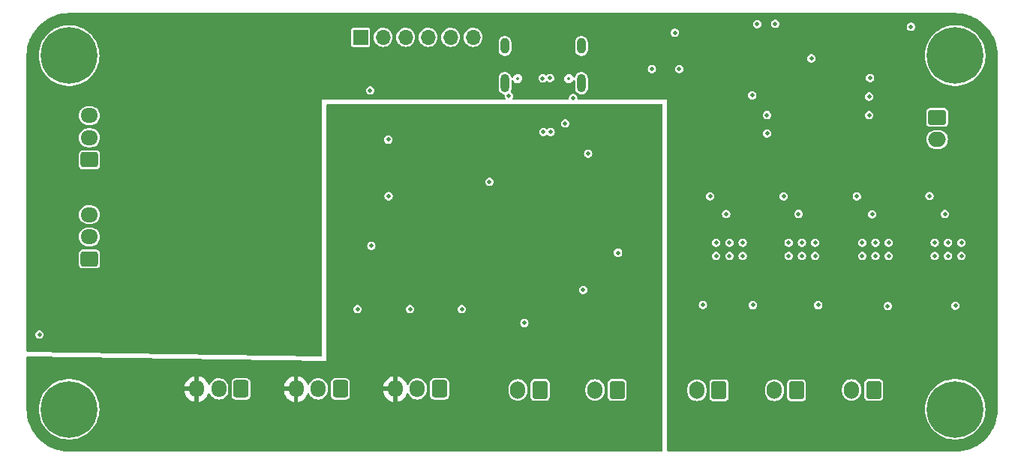
<source format=gbr>
%TF.GenerationSoftware,KiCad,Pcbnew,7.0.7*%
%TF.CreationDate,2024-03-16T18:53:27+01:00*%
%TF.ProjectId,OpenHand,4f70656e-4861-46e6-942e-6b696361645f,rev?*%
%TF.SameCoordinates,Original*%
%TF.FileFunction,Copper,L2,Inr*%
%TF.FilePolarity,Positive*%
%FSLAX46Y46*%
G04 Gerber Fmt 4.6, Leading zero omitted, Abs format (unit mm)*
G04 Created by KiCad (PCBNEW 7.0.7) date 2024-03-16 18:53:27*
%MOMM*%
%LPD*%
G01*
G04 APERTURE LIST*
G04 Aperture macros list*
%AMRoundRect*
0 Rectangle with rounded corners*
0 $1 Rounding radius*
0 $2 $3 $4 $5 $6 $7 $8 $9 X,Y pos of 4 corners*
0 Add a 4 corners polygon primitive as box body*
4,1,4,$2,$3,$4,$5,$6,$7,$8,$9,$2,$3,0*
0 Add four circle primitives for the rounded corners*
1,1,$1+$1,$2,$3*
1,1,$1+$1,$4,$5*
1,1,$1+$1,$6,$7*
1,1,$1+$1,$8,$9*
0 Add four rect primitives between the rounded corners*
20,1,$1+$1,$2,$3,$4,$5,0*
20,1,$1+$1,$4,$5,$6,$7,0*
20,1,$1+$1,$6,$7,$8,$9,0*
20,1,$1+$1,$8,$9,$2,$3,0*%
G04 Aperture macros list end*
%TA.AperFunction,ComponentPad*%
%ADD10RoundRect,0.250000X0.600000X0.750000X-0.600000X0.750000X-0.600000X-0.750000X0.600000X-0.750000X0*%
%TD*%
%TA.AperFunction,ComponentPad*%
%ADD11O,1.700000X2.000000*%
%TD*%
%TA.AperFunction,ComponentPad*%
%ADD12C,0.800000*%
%TD*%
%TA.AperFunction,ComponentPad*%
%ADD13C,6.400000*%
%TD*%
%TA.AperFunction,ComponentPad*%
%ADD14RoundRect,0.250000X0.725000X-0.600000X0.725000X0.600000X-0.725000X0.600000X-0.725000X-0.600000X0*%
%TD*%
%TA.AperFunction,ComponentPad*%
%ADD15O,1.950000X1.700000*%
%TD*%
%TA.AperFunction,ComponentPad*%
%ADD16RoundRect,0.250000X0.600000X0.725000X-0.600000X0.725000X-0.600000X-0.725000X0.600000X-0.725000X0*%
%TD*%
%TA.AperFunction,ComponentPad*%
%ADD17O,1.700000X1.950000*%
%TD*%
%TA.AperFunction,ComponentPad*%
%ADD18O,1.000000X2.100000*%
%TD*%
%TA.AperFunction,ComponentPad*%
%ADD19O,1.000000X1.800000*%
%TD*%
%TA.AperFunction,ComponentPad*%
%ADD20C,0.500000*%
%TD*%
%TA.AperFunction,ComponentPad*%
%ADD21RoundRect,0.250000X-0.750000X0.600000X-0.750000X-0.600000X0.750000X-0.600000X0.750000X0.600000X0*%
%TD*%
%TA.AperFunction,ComponentPad*%
%ADD22O,2.000000X1.700000*%
%TD*%
%TA.AperFunction,ComponentPad*%
%ADD23R,1.700000X1.700000*%
%TD*%
%TA.AperFunction,ComponentPad*%
%ADD24O,1.700000X1.700000*%
%TD*%
%TA.AperFunction,ViaPad*%
%ADD25C,0.500000*%
%TD*%
%ADD26C,0.300000*%
%ADD27C,0.350000*%
%ADD28O,0.600000X1.700000*%
%ADD29O,0.600000X1.400000*%
%ADD30C,0.200000*%
G04 APERTURE END LIST*
D10*
%TO.N,MOTOR_02_N*%
%TO.C,J2*%
X187100000Y-142850000D03*
D11*
%TO.N,MOTOR_02_P*%
X184600000Y-142850000D03*
%TD*%
D12*
%TO.N,Earth*%
%TO.C,H4*%
X202600000Y-145000000D03*
X203302944Y-143302944D03*
X203302944Y-146697056D03*
X205000000Y-142600000D03*
D13*
X205000000Y-145000000D03*
D12*
X205000000Y-147400000D03*
X206697056Y-143302944D03*
X206697056Y-146697056D03*
X207400000Y-145000000D03*
%TD*%
D14*
%TO.N,Earth*%
%TO.C,J12*%
X107282500Y-128000000D03*
D15*
%TO.N,EMG_02_P*%
X107282500Y-125500000D03*
%TO.N,EMG_02_N*%
X107282500Y-123000000D03*
%TD*%
D16*
%TO.N,Earth*%
%TO.C,J9*%
X135600000Y-142700000D03*
D17*
%TO.N,HALL_SENS_02_S*%
X133100000Y-142700000D03*
%TO.N,+3V3*%
X130600000Y-142700000D03*
%TD*%
D18*
%TO.N,unconnected-(J5-SHIELD-PadS1)*%
%TO.C,J5*%
X162820000Y-108125000D03*
D19*
X162820000Y-103925000D03*
D18*
X154180000Y-108125000D03*
D19*
X154180000Y-103925000D03*
%TD*%
D14*
%TO.N,Earth*%
%TO.C,J8*%
X107282500Y-116800000D03*
D15*
%TO.N,EMG_01_P*%
X107282500Y-114300000D03*
%TO.N,EMG_01_N*%
X107282500Y-111800000D03*
%TD*%
D12*
%TO.N,Earth*%
%TO.C,H1*%
X102600000Y-105000000D03*
X103302944Y-103302944D03*
X103302944Y-106697056D03*
X105000000Y-102600000D03*
D13*
X105000000Y-105000000D03*
D12*
X105000000Y-107400000D03*
X106697056Y-103302944D03*
X106697056Y-106697056D03*
X107400000Y-105000000D03*
%TD*%
D20*
%TO.N,Earth*%
%TO.C,U9*%
X202700000Y-127662500D03*
X204200000Y-127662500D03*
X205700000Y-127662500D03*
X202700000Y-126162500D03*
X204200000Y-126162500D03*
X205700000Y-126162500D03*
%TD*%
%TO.N,Earth*%
%TO.C,U7*%
X186200000Y-127662500D03*
X187700000Y-127662500D03*
X189200000Y-127662500D03*
X186200000Y-126162500D03*
X187700000Y-126162500D03*
X189200000Y-126162500D03*
%TD*%
D10*
%TO.N,MOTOR_01_N*%
%TO.C,J1*%
X178350000Y-142850000D03*
D11*
%TO.N,MOTOR_01_P*%
X175850000Y-142850000D03*
%TD*%
D21*
%TO.N,Earth*%
%TO.C,J3*%
X202967500Y-112000000D03*
D22*
%TO.N,BAT_P*%
X202967500Y-114500000D03*
%TD*%
D16*
%TO.N,Earth*%
%TO.C,J13*%
X146800000Y-142700000D03*
D17*
%TO.N,HALL_SENS_03_S*%
X144300000Y-142700000D03*
%TO.N,+3V3*%
X141800000Y-142700000D03*
%TD*%
D20*
%TO.N,Earth*%
%TO.C,U10*%
X178025000Y-127662500D03*
X179525000Y-127662500D03*
X181025000Y-127662500D03*
X178025000Y-126162500D03*
X179525000Y-126162500D03*
X181025000Y-126162500D03*
%TD*%
D16*
%TO.N,Earth*%
%TO.C,J4*%
X124400000Y-142700000D03*
D17*
%TO.N,HALL_SENS_01_S*%
X121900000Y-142700000D03*
%TO.N,+3V3*%
X119400000Y-142700000D03*
%TD*%
D12*
%TO.N,Earth*%
%TO.C,H3*%
X102600000Y-145000000D03*
X103302944Y-143302944D03*
X103302944Y-146697056D03*
X105000000Y-142600000D03*
D13*
X105000000Y-145000000D03*
D12*
X105000000Y-147400000D03*
X106697056Y-143302944D03*
X106697056Y-146697056D03*
X107400000Y-145000000D03*
%TD*%
D10*
%TO.N,HAPTIC_02_N*%
%TO.C,J11*%
X166850000Y-142817500D03*
D11*
%TO.N,HAPTIC_02_P*%
X164350000Y-142817500D03*
%TD*%
D10*
%TO.N,MOTOR_03_N*%
%TO.C,J6*%
X195800000Y-142817500D03*
D11*
%TO.N,MOTOR_03_P*%
X193300000Y-142817500D03*
%TD*%
D10*
%TO.N,HAPTIC_01_N*%
%TO.C,J7*%
X158150000Y-142817500D03*
D11*
%TO.N,HAPTIC_01_P*%
X155650000Y-142817500D03*
%TD*%
D12*
%TO.N,Earth*%
%TO.C,H2*%
X202600000Y-105000000D03*
X203302944Y-103302944D03*
X203302944Y-106697056D03*
X205000000Y-102600000D03*
D13*
X205000000Y-105000000D03*
D12*
X205000000Y-107400000D03*
X206697056Y-103302944D03*
X206697056Y-106697056D03*
X207400000Y-105000000D03*
%TD*%
D23*
%TO.N,Earth*%
%TO.C,J10*%
X137899804Y-102950249D03*
D24*
%TO.N,JTAG_RST*%
X140439804Y-102950249D03*
%TO.N,JTAG_TDO*%
X142979804Y-102950249D03*
%TO.N,JTAG_TDI*%
X145519804Y-102950249D03*
%TO.N,JTAG_TCK*%
X148059804Y-102950249D03*
%TO.N,JTAG_TMS*%
X150599804Y-102950249D03*
%TD*%
D20*
%TO.N,Earth*%
%TO.C,U8*%
X194500000Y-127662500D03*
X196000000Y-127662500D03*
X197500000Y-127662500D03*
X194500000Y-126162500D03*
X196000000Y-126162500D03*
X197500000Y-126162500D03*
%TD*%
D25*
%TO.N,Earth*%
X101650000Y-136550000D03*
X152437182Y-119287818D03*
X138975000Y-108950000D03*
X195635500Y-122950000D03*
X163575000Y-116100000D03*
X163003249Y-131521751D03*
X202100000Y-120900000D03*
X187325000Y-122902000D03*
X161875000Y-109800000D03*
X173375000Y-102425000D03*
X189550000Y-133225000D03*
X185650000Y-120923000D03*
X173850000Y-106525000D03*
X166950000Y-127300000D03*
X182650000Y-101450000D03*
X195290000Y-111750000D03*
X156375000Y-135250000D03*
X183775000Y-113825000D03*
X176525000Y-133200000D03*
X182100000Y-109500000D03*
X200000000Y-101750000D03*
X184675000Y-101425000D03*
X195400000Y-107550000D03*
X141050000Y-120910500D03*
X197400000Y-133325000D03*
X154628556Y-109556992D03*
X179160500Y-122925000D03*
X182175000Y-133225000D03*
X183750000Y-111725000D03*
X143475000Y-133675000D03*
X160975000Y-112675000D03*
X137550000Y-133675000D03*
X139100000Y-126525000D03*
X177350000Y-120923000D03*
X193900000Y-120923000D03*
X141025000Y-114514500D03*
X149325000Y-133675000D03*
X205025000Y-133300000D03*
X170775000Y-106525000D03*
X195290000Y-109650000D03*
X203835500Y-122925000D03*
X188775000Y-105325000D03*
%TO.N,+5V*%
X156225000Y-106725000D03*
X189850000Y-121002000D03*
X175475000Y-129093000D03*
X200200000Y-129093000D03*
X190975000Y-114925000D03*
X183775000Y-129075000D03*
X187650000Y-112862500D03*
X160775000Y-106800000D03*
X185950000Y-107675000D03*
X165075000Y-105100000D03*
X179475000Y-121002000D03*
X187775000Y-121025000D03*
X188600000Y-114925000D03*
X198125000Y-121002000D03*
X179975000Y-107550000D03*
X185775000Y-111725000D03*
X181500000Y-121002000D03*
X206275000Y-121002000D03*
X185750000Y-113825000D03*
X185925000Y-109600000D03*
X189750000Y-114925000D03*
X191975000Y-129093000D03*
X204250000Y-121002000D03*
X191825000Y-112862500D03*
X195975000Y-121002000D03*
%TO.N,+3V3*%
X165025000Y-114575000D03*
X141125000Y-133675000D03*
X154000000Y-123000000D03*
X161800000Y-115850000D03*
X160850000Y-128400000D03*
X169750000Y-112975000D03*
X167325000Y-112975000D03*
X165750000Y-136800000D03*
X135250000Y-133675000D03*
X147025000Y-133675000D03*
X168500000Y-112975000D03*
X149900000Y-111375000D03*
X141025000Y-110885500D03*
X165400000Y-123775000D03*
X141050000Y-124539500D03*
%TO.N,USB_D-*%
X158450000Y-107575000D03*
X158525000Y-113650000D03*
%TO.N,USB_D+*%
X159350000Y-113650000D03*
X159269340Y-107541297D03*
%TD*%
%TA.AperFunction,Conductor*%
%TO.N,+3V3*%
G36*
X171943039Y-110519685D02*
G01*
X171988794Y-110572489D01*
X172000000Y-110624000D01*
X172000000Y-149675500D01*
X171980315Y-149742539D01*
X171927511Y-149788294D01*
X171876000Y-149799500D01*
X105000000Y-149799500D01*
X104584399Y-149781354D01*
X104579008Y-149780882D01*
X104169267Y-149726939D01*
X104163938Y-149725999D01*
X103760437Y-149636545D01*
X103755210Y-149635145D01*
X103361058Y-149510869D01*
X103355973Y-149509018D01*
X103056870Y-149385125D01*
X102974136Y-149350856D01*
X102969246Y-149348576D01*
X102602635Y-149157731D01*
X102597972Y-149155037D01*
X102249401Y-148932973D01*
X102244975Y-148929874D01*
X101917086Y-148678276D01*
X101912941Y-148674797D01*
X101835882Y-148604186D01*
X101608224Y-148395576D01*
X101604423Y-148391775D01*
X101325202Y-148087058D01*
X101321723Y-148082913D01*
X101278427Y-148026489D01*
X101070123Y-147755021D01*
X101067029Y-147750602D01*
X100844957Y-147402020D01*
X100842272Y-147397371D01*
X100651418Y-147030743D01*
X100649147Y-147025873D01*
X100490981Y-146644026D01*
X100489130Y-146638941D01*
X100425881Y-146438340D01*
X100364850Y-146244774D01*
X100363454Y-146239562D01*
X100274000Y-145836061D01*
X100273062Y-145830745D01*
X100219115Y-145420974D01*
X100218646Y-145415621D01*
X100200500Y-145000000D01*
X101574476Y-145000000D01*
X101594556Y-145370361D01*
X101594558Y-145370378D01*
X101654560Y-145736373D01*
X101654566Y-145736399D01*
X101753787Y-146093764D01*
X101753789Y-146093770D01*
X101891074Y-146438330D01*
X101891076Y-146438333D01*
X101891079Y-146438340D01*
X102064815Y-146766042D01*
X102064817Y-146766045D01*
X102064823Y-146766056D01*
X102272962Y-147073037D01*
X102272970Y-147073047D01*
X102453851Y-147285995D01*
X102513085Y-147355731D01*
X102782363Y-147610804D01*
X102782375Y-147610813D01*
X103077637Y-147835267D01*
X103077654Y-147835279D01*
X103392100Y-148024473D01*
X103395456Y-148026492D01*
X103395460Y-148026493D01*
X103395464Y-148026496D01*
X103526367Y-148087058D01*
X103732083Y-148182232D01*
X104083575Y-148300664D01*
X104445812Y-148380398D01*
X104814546Y-148420500D01*
X104814552Y-148420500D01*
X105185448Y-148420500D01*
X105185454Y-148420500D01*
X105554188Y-148380398D01*
X105916425Y-148300664D01*
X106267917Y-148182232D01*
X106604544Y-148026492D01*
X106724784Y-147954145D01*
X106922345Y-147835279D01*
X106922354Y-147835272D01*
X106922360Y-147835269D01*
X107217637Y-147610804D01*
X107486915Y-147355731D01*
X107727036Y-147073039D01*
X107935185Y-146766042D01*
X108108921Y-146438340D01*
X108246209Y-146093775D01*
X108345437Y-145736386D01*
X108405443Y-145370364D01*
X108425524Y-145000000D01*
X108405443Y-144629636D01*
X108345437Y-144263614D01*
X108281123Y-144031973D01*
X108246212Y-143906235D01*
X108246210Y-143906229D01*
X108246209Y-143906225D01*
X108108921Y-143561660D01*
X107935185Y-143233958D01*
X107935180Y-143233950D01*
X107935176Y-143233943D01*
X107742657Y-142950000D01*
X118055779Y-142950000D01*
X118065430Y-143060316D01*
X118065432Y-143060326D01*
X118126566Y-143288483D01*
X118126570Y-143288492D01*
X118226399Y-143502577D01*
X118226400Y-143502579D01*
X118361886Y-143696073D01*
X118361891Y-143696079D01*
X118528917Y-143863105D01*
X118722421Y-143998600D01*
X118936507Y-144098429D01*
X118936516Y-144098433D01*
X119150000Y-144155634D01*
X119150000Y-143287044D01*
X119169685Y-143220005D01*
X119222489Y-143174250D01*
X119291647Y-143164306D01*
X119297066Y-143165085D01*
X119366025Y-143175000D01*
X119366026Y-143175000D01*
X119433974Y-143175000D01*
X119433975Y-143175000D01*
X119503570Y-143164993D01*
X119508353Y-143164306D01*
X119577512Y-143174250D01*
X119630316Y-143220005D01*
X119650000Y-143287044D01*
X119650000Y-144155633D01*
X119863483Y-144098433D01*
X119863492Y-144098429D01*
X120077577Y-143998600D01*
X120077579Y-143998599D01*
X120271073Y-143863113D01*
X120271079Y-143863108D01*
X120438108Y-143696079D01*
X120438113Y-143696073D01*
X120573599Y-143502579D01*
X120573600Y-143502577D01*
X120673429Y-143288492D01*
X120673434Y-143288481D01*
X120679194Y-143266984D01*
X120715558Y-143207323D01*
X120778404Y-143176793D01*
X120847780Y-143185087D01*
X120901658Y-143229572D01*
X120908327Y-143240623D01*
X121005601Y-143422610D01*
X121005605Y-143422616D01*
X121139378Y-143585621D01*
X121302383Y-143719394D01*
X121302389Y-143719399D01*
X121488350Y-143818797D01*
X121488352Y-143818797D01*
X121488355Y-143818799D01*
X121690145Y-143880011D01*
X121690144Y-143880011D01*
X121708959Y-143881864D01*
X121900000Y-143900680D01*
X122109855Y-143880011D01*
X122311645Y-143818799D01*
X122311649Y-143818797D01*
X122497610Y-143719399D01*
X122497612Y-143719396D01*
X122497616Y-143719395D01*
X122660621Y-143585621D01*
X122755508Y-143470000D01*
X123329500Y-143470000D01*
X123335525Y-143526040D01*
X123335525Y-143526042D01*
X123335526Y-143526043D01*
X123382805Y-143652804D01*
X123463884Y-143761115D01*
X123572194Y-143842193D01*
X123572195Y-143842194D01*
X123698960Y-143889475D01*
X123755000Y-143895500D01*
X123755010Y-143895500D01*
X125044990Y-143895500D01*
X125045000Y-143895500D01*
X125101040Y-143889475D01*
X125227805Y-143842194D01*
X125336115Y-143761115D01*
X125417194Y-143652805D01*
X125464475Y-143526040D01*
X125470500Y-143470000D01*
X125470500Y-142950000D01*
X129255779Y-142950000D01*
X129265430Y-143060316D01*
X129265432Y-143060326D01*
X129326566Y-143288483D01*
X129326570Y-143288492D01*
X129426399Y-143502577D01*
X129426400Y-143502579D01*
X129561886Y-143696073D01*
X129561891Y-143696079D01*
X129728917Y-143863105D01*
X129922421Y-143998600D01*
X130136507Y-144098429D01*
X130136516Y-144098433D01*
X130350000Y-144155634D01*
X130350000Y-143287044D01*
X130369685Y-143220005D01*
X130422489Y-143174250D01*
X130491647Y-143164306D01*
X130497066Y-143165085D01*
X130566025Y-143175000D01*
X130566026Y-143175000D01*
X130633974Y-143175000D01*
X130633975Y-143175000D01*
X130703570Y-143164993D01*
X130708353Y-143164306D01*
X130777512Y-143174250D01*
X130830316Y-143220005D01*
X130850000Y-143287044D01*
X130850000Y-144155633D01*
X131063483Y-144098433D01*
X131063492Y-144098429D01*
X131277577Y-143998600D01*
X131277579Y-143998599D01*
X131471073Y-143863113D01*
X131471079Y-143863108D01*
X131638108Y-143696079D01*
X131638113Y-143696073D01*
X131773599Y-143502579D01*
X131773600Y-143502577D01*
X131873429Y-143288492D01*
X131873434Y-143288481D01*
X131879194Y-143266984D01*
X131915558Y-143207323D01*
X131978404Y-143176793D01*
X132047780Y-143185087D01*
X132101658Y-143229572D01*
X132108327Y-143240623D01*
X132205601Y-143422610D01*
X132205605Y-143422616D01*
X132339378Y-143585621D01*
X132502383Y-143719394D01*
X132502389Y-143719399D01*
X132688350Y-143818797D01*
X132688352Y-143818797D01*
X132688355Y-143818799D01*
X132890145Y-143880011D01*
X132890144Y-143880011D01*
X132908959Y-143881864D01*
X133100000Y-143900680D01*
X133309855Y-143880011D01*
X133511645Y-143818799D01*
X133511649Y-143818797D01*
X133697610Y-143719399D01*
X133697612Y-143719396D01*
X133697616Y-143719395D01*
X133860621Y-143585621D01*
X133955508Y-143470000D01*
X134529500Y-143470000D01*
X134535525Y-143526040D01*
X134535525Y-143526042D01*
X134535526Y-143526043D01*
X134582805Y-143652804D01*
X134663884Y-143761115D01*
X134772194Y-143842193D01*
X134772195Y-143842194D01*
X134898960Y-143889475D01*
X134955000Y-143895500D01*
X134955010Y-143895500D01*
X136244990Y-143895500D01*
X136245000Y-143895500D01*
X136301040Y-143889475D01*
X136427805Y-143842194D01*
X136536115Y-143761115D01*
X136617194Y-143652805D01*
X136664475Y-143526040D01*
X136670500Y-143470000D01*
X136670500Y-142950000D01*
X140455779Y-142950000D01*
X140465430Y-143060316D01*
X140465432Y-143060326D01*
X140526566Y-143288483D01*
X140526570Y-143288492D01*
X140626399Y-143502577D01*
X140626400Y-143502579D01*
X140761886Y-143696073D01*
X140761891Y-143696079D01*
X140928917Y-143863105D01*
X141122421Y-143998600D01*
X141336507Y-144098429D01*
X141336516Y-144098433D01*
X141550000Y-144155634D01*
X141550000Y-143287044D01*
X141569685Y-143220005D01*
X141622489Y-143174250D01*
X141691647Y-143164306D01*
X141697066Y-143165085D01*
X141766025Y-143175000D01*
X141766026Y-143175000D01*
X141833974Y-143175000D01*
X141833975Y-143175000D01*
X141903570Y-143164993D01*
X141908353Y-143164306D01*
X141977512Y-143174250D01*
X142030316Y-143220005D01*
X142050000Y-143287044D01*
X142050000Y-144155633D01*
X142263483Y-144098433D01*
X142263492Y-144098429D01*
X142477577Y-143998600D01*
X142477579Y-143998599D01*
X142671073Y-143863113D01*
X142671079Y-143863108D01*
X142838108Y-143696079D01*
X142838113Y-143696073D01*
X142973599Y-143502579D01*
X142973600Y-143502577D01*
X143073429Y-143288492D01*
X143073434Y-143288481D01*
X143079194Y-143266984D01*
X143115558Y-143207323D01*
X143178404Y-143176793D01*
X143247780Y-143185087D01*
X143301658Y-143229572D01*
X143308327Y-143240623D01*
X143405601Y-143422610D01*
X143405605Y-143422616D01*
X143539378Y-143585621D01*
X143702383Y-143719394D01*
X143702389Y-143719399D01*
X143888350Y-143818797D01*
X143888352Y-143818797D01*
X143888355Y-143818799D01*
X144090145Y-143880011D01*
X144090144Y-143880011D01*
X144108959Y-143881864D01*
X144300000Y-143900680D01*
X144509855Y-143880011D01*
X144711645Y-143818799D01*
X144711649Y-143818797D01*
X144897610Y-143719399D01*
X144897612Y-143719396D01*
X144897616Y-143719395D01*
X145060621Y-143585621D01*
X145155508Y-143470000D01*
X145729500Y-143470000D01*
X145735525Y-143526040D01*
X145735525Y-143526042D01*
X145735526Y-143526043D01*
X145782805Y-143652804D01*
X145863884Y-143761115D01*
X145972194Y-143842193D01*
X145972195Y-143842194D01*
X146098960Y-143889475D01*
X146155000Y-143895500D01*
X146155010Y-143895500D01*
X147444990Y-143895500D01*
X147445000Y-143895500D01*
X147501040Y-143889475D01*
X147627805Y-143842194D01*
X147736115Y-143761115D01*
X147817194Y-143652805D01*
X147864475Y-143526040D01*
X147870500Y-143470000D01*
X147870500Y-143020089D01*
X154579500Y-143020089D01*
X154594988Y-143177353D01*
X154656202Y-143379149D01*
X154755600Y-143565110D01*
X154755605Y-143565116D01*
X154889378Y-143728121D01*
X155052383Y-143861894D01*
X155052389Y-143861899D01*
X155238350Y-143961297D01*
X155238352Y-143961297D01*
X155238355Y-143961299D01*
X155440145Y-144022511D01*
X155440144Y-144022511D01*
X155458959Y-144024364D01*
X155650000Y-144043180D01*
X155859855Y-144022511D01*
X156061645Y-143961299D01*
X156061649Y-143961297D01*
X156247610Y-143861899D01*
X156247612Y-143861896D01*
X156247616Y-143861895D01*
X156410621Y-143728121D01*
X156505508Y-143612500D01*
X157079500Y-143612500D01*
X157085525Y-143668540D01*
X157085525Y-143668542D01*
X157085526Y-143668543D01*
X157132805Y-143795304D01*
X157213884Y-143903615D01*
X157322195Y-143984694D01*
X157448960Y-144031975D01*
X157505000Y-144038000D01*
X157505010Y-144038000D01*
X158794990Y-144038000D01*
X158795000Y-144038000D01*
X158851040Y-144031975D01*
X158977805Y-143984694D01*
X159086115Y-143903615D01*
X159167194Y-143795305D01*
X159214475Y-143668540D01*
X159220500Y-143612500D01*
X159220500Y-143020089D01*
X163279500Y-143020089D01*
X163294988Y-143177353D01*
X163356202Y-143379149D01*
X163455600Y-143565110D01*
X163455605Y-143565116D01*
X163589378Y-143728121D01*
X163752383Y-143861894D01*
X163752389Y-143861899D01*
X163938350Y-143961297D01*
X163938352Y-143961297D01*
X163938355Y-143961299D01*
X164140145Y-144022511D01*
X164140144Y-144022511D01*
X164160812Y-144024546D01*
X164350000Y-144043180D01*
X164559855Y-144022511D01*
X164761645Y-143961299D01*
X164761649Y-143961297D01*
X164947610Y-143861899D01*
X164947612Y-143861896D01*
X164947616Y-143861895D01*
X165110621Y-143728121D01*
X165205508Y-143612500D01*
X165779500Y-143612500D01*
X165785525Y-143668540D01*
X165785525Y-143668542D01*
X165785526Y-143668543D01*
X165832805Y-143795304D01*
X165913884Y-143903615D01*
X166022194Y-143984694D01*
X166022195Y-143984694D01*
X166148960Y-144031975D01*
X166205000Y-144038000D01*
X166205010Y-144038000D01*
X167494990Y-144038000D01*
X167495000Y-144038000D01*
X167551040Y-144031975D01*
X167677805Y-143984694D01*
X167786115Y-143903615D01*
X167867194Y-143795305D01*
X167914475Y-143668540D01*
X167920500Y-143612500D01*
X167920500Y-142022500D01*
X167914475Y-141966460D01*
X167867194Y-141839695D01*
X167817346Y-141773105D01*
X167786115Y-141731384D01*
X167677804Y-141650305D01*
X167551043Y-141603026D01*
X167551042Y-141603025D01*
X167551040Y-141603025D01*
X167495000Y-141597000D01*
X166205000Y-141597000D01*
X166148960Y-141603025D01*
X166148957Y-141603025D01*
X166148956Y-141603026D01*
X166022195Y-141650305D01*
X165913884Y-141731384D01*
X165832805Y-141839695D01*
X165799120Y-141930010D01*
X165785525Y-141966460D01*
X165779500Y-142022500D01*
X165779500Y-143612500D01*
X165205508Y-143612500D01*
X165244395Y-143565116D01*
X165244396Y-143565112D01*
X165244399Y-143565110D01*
X165343797Y-143379149D01*
X165343797Y-143379148D01*
X165343799Y-143379145D01*
X165405011Y-143177355D01*
X165420500Y-143020093D01*
X165420500Y-142614907D01*
X165405011Y-142457645D01*
X165343799Y-142255855D01*
X165343797Y-142255852D01*
X165343797Y-142255850D01*
X165244399Y-142069889D01*
X165244394Y-142069883D01*
X165110621Y-141906878D01*
X164947616Y-141773105D01*
X164947610Y-141773100D01*
X164761649Y-141673702D01*
X164646868Y-141638884D01*
X164559855Y-141612489D01*
X164559853Y-141612488D01*
X164559855Y-141612488D01*
X164350000Y-141591820D01*
X164140146Y-141612488D01*
X163938350Y-141673702D01*
X163752389Y-141773100D01*
X163752383Y-141773105D01*
X163589378Y-141906878D01*
X163455605Y-142069883D01*
X163455600Y-142069889D01*
X163356202Y-142255850D01*
X163294988Y-142457646D01*
X163290753Y-142500649D01*
X163280089Y-142608933D01*
X163279500Y-142614910D01*
X163279500Y-143020089D01*
X159220500Y-143020089D01*
X159220500Y-142022500D01*
X159214475Y-141966460D01*
X159167194Y-141839695D01*
X159117346Y-141773105D01*
X159086115Y-141731384D01*
X158977804Y-141650305D01*
X158851043Y-141603026D01*
X158851042Y-141603025D01*
X158851040Y-141603025D01*
X158795000Y-141597000D01*
X157505000Y-141597000D01*
X157448960Y-141603025D01*
X157448957Y-141603025D01*
X157448956Y-141603026D01*
X157322195Y-141650305D01*
X157213884Y-141731384D01*
X157132805Y-141839695D01*
X157099120Y-141930010D01*
X157085525Y-141966460D01*
X157079500Y-142022500D01*
X157079500Y-143612500D01*
X156505508Y-143612500D01*
X156544395Y-143565116D01*
X156544396Y-143565112D01*
X156544399Y-143565110D01*
X156643797Y-143379149D01*
X156643797Y-143379148D01*
X156643799Y-143379145D01*
X156705011Y-143177355D01*
X156720500Y-143020093D01*
X156720500Y-142614907D01*
X156705011Y-142457645D01*
X156643799Y-142255855D01*
X156643797Y-142255852D01*
X156643797Y-142255850D01*
X156544399Y-142069889D01*
X156544394Y-142069883D01*
X156410621Y-141906878D01*
X156247616Y-141773105D01*
X156247610Y-141773100D01*
X156061649Y-141673702D01*
X155946868Y-141638884D01*
X155859855Y-141612489D01*
X155859853Y-141612488D01*
X155859855Y-141612488D01*
X155668814Y-141593673D01*
X155650000Y-141591820D01*
X155649999Y-141591820D01*
X155440146Y-141612488D01*
X155238350Y-141673702D01*
X155052389Y-141773100D01*
X155052383Y-141773105D01*
X154889378Y-141906878D01*
X154755605Y-142069883D01*
X154755600Y-142069889D01*
X154656202Y-142255850D01*
X154594988Y-142457646D01*
X154590753Y-142500649D01*
X154580089Y-142608933D01*
X154579500Y-142614910D01*
X154579500Y-143020089D01*
X147870500Y-143020089D01*
X147870500Y-141930000D01*
X147864475Y-141873960D01*
X147817194Y-141747195D01*
X147767346Y-141680605D01*
X147736115Y-141638884D01*
X147627804Y-141557805D01*
X147501043Y-141510526D01*
X147501042Y-141510525D01*
X147501040Y-141510525D01*
X147445000Y-141504500D01*
X146155000Y-141504500D01*
X146098960Y-141510525D01*
X146098957Y-141510525D01*
X146098956Y-141510526D01*
X145972195Y-141557805D01*
X145863884Y-141638884D01*
X145782805Y-141747195D01*
X145748305Y-141839695D01*
X145735525Y-141873960D01*
X145729500Y-141930000D01*
X145729500Y-143470000D01*
X145155508Y-143470000D01*
X145194395Y-143422616D01*
X145194396Y-143422612D01*
X145194399Y-143422610D01*
X145293797Y-143236649D01*
X145293797Y-143236648D01*
X145293799Y-143236645D01*
X145355011Y-143034855D01*
X145370500Y-142877593D01*
X145370500Y-142522407D01*
X145355011Y-142365145D01*
X145293799Y-142163355D01*
X145293797Y-142163352D01*
X145293797Y-142163350D01*
X145194399Y-141977389D01*
X145194394Y-141977383D01*
X145060621Y-141814378D01*
X144897616Y-141680605D01*
X144897610Y-141680600D01*
X144711649Y-141581202D01*
X144610749Y-141550595D01*
X144509855Y-141519989D01*
X144509853Y-141519988D01*
X144509855Y-141519988D01*
X144300000Y-141499320D01*
X144090146Y-141519988D01*
X143888350Y-141581202D01*
X143702389Y-141680600D01*
X143702383Y-141680605D01*
X143539378Y-141814378D01*
X143405605Y-141977383D01*
X143405600Y-141977389D01*
X143308327Y-142159376D01*
X143259365Y-142209221D01*
X143191227Y-142224681D01*
X143125547Y-142200849D01*
X143083179Y-142145292D01*
X143079194Y-142133016D01*
X143073433Y-142111516D01*
X143073429Y-142111507D01*
X142973600Y-141897422D01*
X142973599Y-141897420D01*
X142838113Y-141703926D01*
X142838108Y-141703920D01*
X142671082Y-141536894D01*
X142477578Y-141401399D01*
X142263492Y-141301570D01*
X142263486Y-141301567D01*
X142050000Y-141244364D01*
X142050000Y-142112956D01*
X142030315Y-142179995D01*
X141977511Y-142225750D01*
X141908353Y-142235694D01*
X141882064Y-142231914D01*
X141833975Y-142225000D01*
X141766025Y-142225000D01*
X141691647Y-142235694D01*
X141622488Y-142225750D01*
X141569684Y-142179995D01*
X141550000Y-142112956D01*
X141550000Y-141244364D01*
X141549999Y-141244364D01*
X141336513Y-141301567D01*
X141336507Y-141301570D01*
X141122422Y-141401399D01*
X141122420Y-141401400D01*
X140928926Y-141536886D01*
X140928920Y-141536891D01*
X140761891Y-141703920D01*
X140761886Y-141703926D01*
X140626400Y-141897420D01*
X140626399Y-141897422D01*
X140526570Y-142111507D01*
X140526566Y-142111516D01*
X140465432Y-142339673D01*
X140465430Y-142339683D01*
X140455779Y-142450000D01*
X141212708Y-142450000D01*
X141279747Y-142469685D01*
X141325502Y-142522489D01*
X141335446Y-142591647D01*
X141331686Y-142608933D01*
X141325000Y-142631705D01*
X141325000Y-142768294D01*
X141331686Y-142791067D01*
X141331684Y-142860937D01*
X141293909Y-142919714D01*
X141230353Y-142948738D01*
X141212708Y-142950000D01*
X140455779Y-142950000D01*
X136670500Y-142950000D01*
X136670500Y-141930000D01*
X136664475Y-141873960D01*
X136617194Y-141747195D01*
X136567346Y-141680605D01*
X136536115Y-141638884D01*
X136427804Y-141557805D01*
X136301043Y-141510526D01*
X136301042Y-141510525D01*
X136301040Y-141510525D01*
X136245000Y-141504500D01*
X134955000Y-141504500D01*
X134898960Y-141510525D01*
X134898957Y-141510525D01*
X134898956Y-141510526D01*
X134772195Y-141557805D01*
X134663884Y-141638884D01*
X134582805Y-141747195D01*
X134548305Y-141839695D01*
X134535525Y-141873960D01*
X134529500Y-141930000D01*
X134529500Y-143470000D01*
X133955508Y-143470000D01*
X133994395Y-143422616D01*
X133994396Y-143422612D01*
X133994399Y-143422610D01*
X134093797Y-143236649D01*
X134093797Y-143236648D01*
X134093799Y-143236645D01*
X134155011Y-143034855D01*
X134170500Y-142877593D01*
X134170500Y-142522407D01*
X134155011Y-142365145D01*
X134093799Y-142163355D01*
X134093797Y-142163352D01*
X134093797Y-142163350D01*
X133994399Y-141977389D01*
X133994394Y-141977383D01*
X133860621Y-141814378D01*
X133697616Y-141680605D01*
X133697610Y-141680600D01*
X133511649Y-141581202D01*
X133410749Y-141550595D01*
X133309855Y-141519989D01*
X133309853Y-141519988D01*
X133309855Y-141519988D01*
X133100000Y-141499320D01*
X132890146Y-141519988D01*
X132688350Y-141581202D01*
X132502389Y-141680600D01*
X132502383Y-141680605D01*
X132339378Y-141814378D01*
X132205605Y-141977383D01*
X132205600Y-141977389D01*
X132108327Y-142159376D01*
X132059365Y-142209221D01*
X131991227Y-142224681D01*
X131925547Y-142200849D01*
X131883179Y-142145292D01*
X131879194Y-142133016D01*
X131873433Y-142111516D01*
X131873429Y-142111507D01*
X131773600Y-141897422D01*
X131773599Y-141897420D01*
X131638113Y-141703926D01*
X131638108Y-141703920D01*
X131471082Y-141536894D01*
X131277578Y-141401399D01*
X131063492Y-141301570D01*
X131063486Y-141301567D01*
X130850000Y-141244364D01*
X130850000Y-142112956D01*
X130830315Y-142179995D01*
X130777511Y-142225750D01*
X130708353Y-142235694D01*
X130682064Y-142231914D01*
X130633975Y-142225000D01*
X130566025Y-142225000D01*
X130491647Y-142235694D01*
X130422488Y-142225750D01*
X130369684Y-142179995D01*
X130350000Y-142112956D01*
X130350000Y-141244364D01*
X130349999Y-141244364D01*
X130136513Y-141301567D01*
X130136507Y-141301570D01*
X129922422Y-141401399D01*
X129922420Y-141401400D01*
X129728926Y-141536886D01*
X129728920Y-141536891D01*
X129561891Y-141703920D01*
X129561886Y-141703926D01*
X129426400Y-141897420D01*
X129426399Y-141897422D01*
X129326570Y-142111507D01*
X129326566Y-142111516D01*
X129265432Y-142339673D01*
X129265430Y-142339683D01*
X129255779Y-142450000D01*
X130012708Y-142450000D01*
X130079747Y-142469685D01*
X130125502Y-142522489D01*
X130135446Y-142591647D01*
X130131686Y-142608933D01*
X130125000Y-142631705D01*
X130125000Y-142768294D01*
X130131686Y-142791067D01*
X130131684Y-142860937D01*
X130093909Y-142919714D01*
X130030353Y-142948738D01*
X130012708Y-142950000D01*
X129255779Y-142950000D01*
X125470500Y-142950000D01*
X125470500Y-141930000D01*
X125464475Y-141873960D01*
X125417194Y-141747195D01*
X125367346Y-141680605D01*
X125336115Y-141638884D01*
X125227804Y-141557805D01*
X125101043Y-141510526D01*
X125101042Y-141510525D01*
X125101040Y-141510525D01*
X125045000Y-141504500D01*
X123755000Y-141504500D01*
X123698960Y-141510525D01*
X123698957Y-141510525D01*
X123698956Y-141510526D01*
X123572195Y-141557805D01*
X123463884Y-141638884D01*
X123382805Y-141747195D01*
X123348305Y-141839695D01*
X123335525Y-141873960D01*
X123329500Y-141930000D01*
X123329500Y-143470000D01*
X122755508Y-143470000D01*
X122794395Y-143422616D01*
X122794396Y-143422612D01*
X122794399Y-143422610D01*
X122893797Y-143236649D01*
X122893797Y-143236648D01*
X122893799Y-143236645D01*
X122955011Y-143034855D01*
X122970500Y-142877593D01*
X122970500Y-142522407D01*
X122955011Y-142365145D01*
X122893799Y-142163355D01*
X122893797Y-142163352D01*
X122893797Y-142163350D01*
X122794399Y-141977389D01*
X122794394Y-141977383D01*
X122660621Y-141814378D01*
X122497616Y-141680605D01*
X122497610Y-141680600D01*
X122311649Y-141581202D01*
X122210749Y-141550595D01*
X122109855Y-141519989D01*
X122109853Y-141519988D01*
X122109855Y-141519988D01*
X121900000Y-141499320D01*
X121690146Y-141519988D01*
X121488350Y-141581202D01*
X121302389Y-141680600D01*
X121302383Y-141680605D01*
X121139378Y-141814378D01*
X121005605Y-141977383D01*
X121005600Y-141977389D01*
X120908327Y-142159376D01*
X120859365Y-142209221D01*
X120791227Y-142224681D01*
X120725547Y-142200849D01*
X120683179Y-142145292D01*
X120679194Y-142133016D01*
X120673433Y-142111516D01*
X120673429Y-142111507D01*
X120573600Y-141897422D01*
X120573599Y-141897420D01*
X120438113Y-141703926D01*
X120438108Y-141703920D01*
X120271082Y-141536894D01*
X120077578Y-141401399D01*
X119863492Y-141301570D01*
X119863486Y-141301567D01*
X119650000Y-141244364D01*
X119650000Y-142112956D01*
X119630315Y-142179995D01*
X119577511Y-142225750D01*
X119508353Y-142235694D01*
X119482064Y-142231914D01*
X119433975Y-142225000D01*
X119366025Y-142225000D01*
X119291647Y-142235694D01*
X119222488Y-142225750D01*
X119169684Y-142179995D01*
X119150000Y-142112956D01*
X119149999Y-141244364D01*
X118936513Y-141301567D01*
X118936507Y-141301570D01*
X118722422Y-141401399D01*
X118722420Y-141401400D01*
X118528926Y-141536886D01*
X118528920Y-141536891D01*
X118361891Y-141703920D01*
X118361886Y-141703926D01*
X118226400Y-141897420D01*
X118226399Y-141897422D01*
X118126570Y-142111507D01*
X118126566Y-142111516D01*
X118065432Y-142339673D01*
X118065430Y-142339683D01*
X118055779Y-142450000D01*
X118812708Y-142450000D01*
X118879747Y-142469685D01*
X118925502Y-142522489D01*
X118935446Y-142591647D01*
X118931686Y-142608933D01*
X118925000Y-142631705D01*
X118925000Y-142768294D01*
X118931686Y-142791067D01*
X118931684Y-142860937D01*
X118893909Y-142919714D01*
X118830353Y-142948738D01*
X118812708Y-142950000D01*
X118055779Y-142950000D01*
X107742657Y-142950000D01*
X107727037Y-142926962D01*
X107727029Y-142926952D01*
X107486913Y-142644267D01*
X107486908Y-142644262D01*
X107358353Y-142522489D01*
X107217637Y-142389196D01*
X107217624Y-142389186D01*
X106922362Y-142164732D01*
X106922345Y-142164720D01*
X106604548Y-141973510D01*
X106604535Y-141973503D01*
X106267927Y-141817772D01*
X106267922Y-141817770D01*
X106267917Y-141817768D01*
X106058465Y-141747195D01*
X105916424Y-141699335D01*
X105554187Y-141619601D01*
X105185455Y-141579500D01*
X105185454Y-141579500D01*
X104814546Y-141579500D01*
X104814544Y-141579500D01*
X104445812Y-141619601D01*
X104083575Y-141699335D01*
X103864652Y-141773100D01*
X103732083Y-141817768D01*
X103732080Y-141817769D01*
X103732072Y-141817772D01*
X103395464Y-141973503D01*
X103395451Y-141973510D01*
X103077654Y-142164720D01*
X103077637Y-142164732D01*
X102782375Y-142389186D01*
X102782363Y-142389196D01*
X102513091Y-142644262D01*
X102513086Y-142644267D01*
X102272970Y-142926952D01*
X102272962Y-142926962D01*
X102064823Y-143233943D01*
X102064815Y-143233957D01*
X102064815Y-143233958D01*
X101909964Y-143526040D01*
X101891076Y-143561666D01*
X101891074Y-143561669D01*
X101753789Y-143906229D01*
X101753787Y-143906235D01*
X101654566Y-144263600D01*
X101654560Y-144263626D01*
X101594558Y-144629621D01*
X101594556Y-144629638D01*
X101574476Y-144999997D01*
X101574476Y-145000000D01*
X100200500Y-145000000D01*
X100200500Y-144960118D01*
X100200500Y-139128784D01*
X100220185Y-139061746D01*
X100272989Y-139015991D01*
X100326319Y-139004798D01*
X134000000Y-139500000D01*
X134000000Y-139499999D01*
X134000000Y-135250000D01*
X155899662Y-135250000D01*
X155918916Y-135383918D01*
X155975119Y-135506985D01*
X155975120Y-135506987D01*
X156063720Y-135609236D01*
X156177537Y-135682383D01*
X156242444Y-135701441D01*
X156307351Y-135720500D01*
X156307352Y-135720500D01*
X156442648Y-135720500D01*
X156572463Y-135682383D01*
X156686280Y-135609236D01*
X156774880Y-135506987D01*
X156831083Y-135383918D01*
X156850338Y-135250000D01*
X156831083Y-135116082D01*
X156774880Y-134993013D01*
X156686280Y-134890764D01*
X156572463Y-134817617D01*
X156572462Y-134817616D01*
X156572461Y-134817616D01*
X156442649Y-134779500D01*
X156442648Y-134779500D01*
X156307352Y-134779500D01*
X156307351Y-134779500D01*
X156177538Y-134817616D01*
X156063721Y-134890763D01*
X156063717Y-134890766D01*
X155975124Y-134993007D01*
X155975119Y-134993014D01*
X155918916Y-135116081D01*
X155899662Y-135250000D01*
X134000000Y-135250000D01*
X134000000Y-133674999D01*
X137074662Y-133674999D01*
X137093916Y-133808918D01*
X137150119Y-133931985D01*
X137150120Y-133931987D01*
X137238720Y-134034236D01*
X137352537Y-134107383D01*
X137417444Y-134126441D01*
X137482351Y-134145500D01*
X137482352Y-134145500D01*
X137617648Y-134145500D01*
X137747463Y-134107383D01*
X137861280Y-134034236D01*
X137949880Y-133931987D01*
X138006083Y-133808918D01*
X138025338Y-133675000D01*
X142999662Y-133675000D01*
X143018916Y-133808918D01*
X143075119Y-133931985D01*
X143075120Y-133931987D01*
X143163720Y-134034236D01*
X143277537Y-134107383D01*
X143342444Y-134126441D01*
X143407351Y-134145500D01*
X143407352Y-134145500D01*
X143542648Y-134145500D01*
X143672463Y-134107383D01*
X143786280Y-134034236D01*
X143874880Y-133931987D01*
X143931083Y-133808918D01*
X143950338Y-133675000D01*
X148849662Y-133675000D01*
X148868916Y-133808918D01*
X148925119Y-133931985D01*
X148925120Y-133931987D01*
X149013720Y-134034236D01*
X149127537Y-134107383D01*
X149192444Y-134126441D01*
X149257351Y-134145500D01*
X149257352Y-134145500D01*
X149392648Y-134145500D01*
X149522463Y-134107383D01*
X149636280Y-134034236D01*
X149724880Y-133931987D01*
X149781083Y-133808918D01*
X149800338Y-133675000D01*
X149781083Y-133541082D01*
X149724880Y-133418013D01*
X149636280Y-133315764D01*
X149522463Y-133242617D01*
X149522462Y-133242616D01*
X149522461Y-133242616D01*
X149392649Y-133204500D01*
X149392648Y-133204500D01*
X149257352Y-133204500D01*
X149257351Y-133204500D01*
X149127538Y-133242616D01*
X149013721Y-133315763D01*
X149013717Y-133315766D01*
X148925124Y-133418007D01*
X148925119Y-133418014D01*
X148868916Y-133541081D01*
X148849662Y-133675000D01*
X143950338Y-133675000D01*
X143931083Y-133541082D01*
X143874880Y-133418013D01*
X143786280Y-133315764D01*
X143672463Y-133242617D01*
X143672462Y-133242616D01*
X143672461Y-133242616D01*
X143542649Y-133204500D01*
X143542648Y-133204500D01*
X143407352Y-133204500D01*
X143407351Y-133204500D01*
X143277538Y-133242616D01*
X143163721Y-133315763D01*
X143163717Y-133315766D01*
X143075124Y-133418007D01*
X143075119Y-133418014D01*
X143018916Y-133541081D01*
X142999662Y-133675000D01*
X138025338Y-133675000D01*
X138006083Y-133541082D01*
X137949880Y-133418013D01*
X137861280Y-133315764D01*
X137747463Y-133242617D01*
X137747462Y-133242616D01*
X137747461Y-133242616D01*
X137617649Y-133204500D01*
X137617648Y-133204500D01*
X137482352Y-133204500D01*
X137482351Y-133204500D01*
X137352538Y-133242616D01*
X137238721Y-133315763D01*
X137238717Y-133315766D01*
X137150124Y-133418007D01*
X137150119Y-133418014D01*
X137093916Y-133541081D01*
X137074662Y-133674999D01*
X134000000Y-133674999D01*
X134000000Y-131521751D01*
X162527911Y-131521751D01*
X162547165Y-131655669D01*
X162603368Y-131778736D01*
X162603369Y-131778738D01*
X162691969Y-131880987D01*
X162805786Y-131954134D01*
X162870693Y-131973192D01*
X162935600Y-131992251D01*
X162935601Y-131992251D01*
X163070897Y-131992251D01*
X163200712Y-131954134D01*
X163314529Y-131880987D01*
X163403129Y-131778738D01*
X163459332Y-131655669D01*
X163478587Y-131521751D01*
X163459332Y-131387833D01*
X163403129Y-131264764D01*
X163314529Y-131162515D01*
X163200712Y-131089368D01*
X163200711Y-131089367D01*
X163200710Y-131089367D01*
X163070898Y-131051251D01*
X163070897Y-131051251D01*
X162935601Y-131051251D01*
X162935600Y-131051251D01*
X162805787Y-131089367D01*
X162691970Y-131162514D01*
X162691966Y-131162517D01*
X162603373Y-131264758D01*
X162603368Y-131264765D01*
X162547165Y-131387832D01*
X162527911Y-131521751D01*
X134000000Y-131521751D01*
X134000000Y-127300000D01*
X166474662Y-127300000D01*
X166493916Y-127433918D01*
X166550119Y-127556985D01*
X166550120Y-127556987D01*
X166638720Y-127659236D01*
X166752537Y-127732383D01*
X166817444Y-127751441D01*
X166882351Y-127770500D01*
X166882352Y-127770500D01*
X167017648Y-127770500D01*
X167147463Y-127732383D01*
X167261280Y-127659236D01*
X167349880Y-127556987D01*
X167406083Y-127433918D01*
X167425338Y-127300000D01*
X167406083Y-127166082D01*
X167349880Y-127043013D01*
X167349875Y-127043007D01*
X167261282Y-126940766D01*
X167261281Y-126940765D01*
X167261280Y-126940764D01*
X167147463Y-126867617D01*
X167147462Y-126867616D01*
X167147461Y-126867616D01*
X167017649Y-126829500D01*
X167017648Y-126829500D01*
X166882352Y-126829500D01*
X166882351Y-126829500D01*
X166752538Y-126867616D01*
X166638721Y-126940763D01*
X166638717Y-126940766D01*
X166550124Y-127043007D01*
X166550119Y-127043014D01*
X166493916Y-127166081D01*
X166474662Y-127300000D01*
X134000000Y-127300000D01*
X134000000Y-126525000D01*
X138624662Y-126525000D01*
X138643916Y-126658918D01*
X138700119Y-126781985D01*
X138700124Y-126781992D01*
X138774318Y-126867616D01*
X138788720Y-126884236D01*
X138902537Y-126957383D01*
X138967444Y-126976441D01*
X139032351Y-126995500D01*
X139032352Y-126995500D01*
X139167648Y-126995500D01*
X139297463Y-126957383D01*
X139411280Y-126884236D01*
X139499880Y-126781987D01*
X139556083Y-126658918D01*
X139575338Y-126525000D01*
X139556083Y-126391082D01*
X139499880Y-126268013D01*
X139411280Y-126165764D01*
X139297463Y-126092617D01*
X139297462Y-126092616D01*
X139297461Y-126092616D01*
X139167649Y-126054500D01*
X139167648Y-126054500D01*
X139032352Y-126054500D01*
X139032351Y-126054500D01*
X138902538Y-126092616D01*
X138788721Y-126165763D01*
X138788717Y-126165766D01*
X138700124Y-126268007D01*
X138700119Y-126268014D01*
X138643916Y-126391081D01*
X138624662Y-126525000D01*
X134000000Y-126525000D01*
X134000000Y-120910500D01*
X140574662Y-120910500D01*
X140593916Y-121044418D01*
X140650119Y-121167485D01*
X140650120Y-121167487D01*
X140738720Y-121269736D01*
X140852537Y-121342883D01*
X140917444Y-121361941D01*
X140982351Y-121381000D01*
X140982352Y-121381000D01*
X141117648Y-121381000D01*
X141247463Y-121342883D01*
X141361280Y-121269736D01*
X141449880Y-121167487D01*
X141506083Y-121044418D01*
X141525338Y-120910500D01*
X141506083Y-120776582D01*
X141449880Y-120653513D01*
X141361280Y-120551264D01*
X141247463Y-120478117D01*
X141247462Y-120478116D01*
X141247461Y-120478116D01*
X141117649Y-120440000D01*
X141117648Y-120440000D01*
X140982352Y-120440000D01*
X140982351Y-120440000D01*
X140852538Y-120478116D01*
X140738721Y-120551263D01*
X140738717Y-120551266D01*
X140650124Y-120653507D01*
X140650119Y-120653514D01*
X140593916Y-120776581D01*
X140574662Y-120910500D01*
X134000000Y-120910500D01*
X134000000Y-119287817D01*
X151961844Y-119287817D01*
X151981098Y-119421736D01*
X152037301Y-119544803D01*
X152037302Y-119544805D01*
X152125902Y-119647054D01*
X152239719Y-119720201D01*
X152304626Y-119739259D01*
X152369533Y-119758318D01*
X152369534Y-119758318D01*
X152504830Y-119758318D01*
X152634645Y-119720201D01*
X152748462Y-119647054D01*
X152837062Y-119544805D01*
X152893265Y-119421736D01*
X152912520Y-119287818D01*
X152893265Y-119153900D01*
X152837062Y-119030831D01*
X152748462Y-118928582D01*
X152634645Y-118855435D01*
X152634644Y-118855434D01*
X152634643Y-118855434D01*
X152504831Y-118817318D01*
X152504830Y-118817318D01*
X152369534Y-118817318D01*
X152369533Y-118817318D01*
X152239720Y-118855434D01*
X152125903Y-118928581D01*
X152125899Y-118928584D01*
X152037306Y-119030825D01*
X152037301Y-119030832D01*
X151981098Y-119153899D01*
X151961844Y-119287817D01*
X134000000Y-119287817D01*
X134000000Y-116100000D01*
X163099662Y-116100000D01*
X163118916Y-116233918D01*
X163175119Y-116356985D01*
X163175120Y-116356987D01*
X163263720Y-116459236D01*
X163377537Y-116532383D01*
X163442444Y-116551441D01*
X163507351Y-116570500D01*
X163507352Y-116570500D01*
X163642648Y-116570500D01*
X163772463Y-116532383D01*
X163886280Y-116459236D01*
X163974880Y-116356987D01*
X164031083Y-116233918D01*
X164050338Y-116100000D01*
X164031083Y-115966082D01*
X163974880Y-115843013D01*
X163886280Y-115740764D01*
X163772463Y-115667617D01*
X163772462Y-115667616D01*
X163772461Y-115667616D01*
X163642649Y-115629500D01*
X163642648Y-115629500D01*
X163507352Y-115629500D01*
X163507351Y-115629500D01*
X163377538Y-115667616D01*
X163263721Y-115740763D01*
X163263717Y-115740766D01*
X163175124Y-115843007D01*
X163175119Y-115843014D01*
X163118916Y-115966081D01*
X163099662Y-116100000D01*
X134000000Y-116100000D01*
X134000000Y-114514500D01*
X140549662Y-114514500D01*
X140568916Y-114648418D01*
X140597791Y-114711645D01*
X140625120Y-114771487D01*
X140713720Y-114873736D01*
X140827537Y-114946883D01*
X140892444Y-114965941D01*
X140957351Y-114985000D01*
X140957352Y-114985000D01*
X141092648Y-114985000D01*
X141222463Y-114946883D01*
X141336280Y-114873736D01*
X141424880Y-114771487D01*
X141481083Y-114648418D01*
X141500338Y-114514500D01*
X141481083Y-114380582D01*
X141424880Y-114257513D01*
X141336280Y-114155264D01*
X141222463Y-114082117D01*
X141222462Y-114082116D01*
X141222461Y-114082116D01*
X141092649Y-114044000D01*
X141092648Y-114044000D01*
X140957352Y-114044000D01*
X140957351Y-114044000D01*
X140827538Y-114082116D01*
X140713721Y-114155263D01*
X140713717Y-114155266D01*
X140625124Y-114257507D01*
X140625119Y-114257514D01*
X140568916Y-114380581D01*
X140549662Y-114514500D01*
X134000000Y-114514500D01*
X134000000Y-113650000D01*
X158049662Y-113650000D01*
X158068916Y-113783918D01*
X158116611Y-113888355D01*
X158125120Y-113906987D01*
X158213720Y-114009236D01*
X158327537Y-114082383D01*
X158392444Y-114101441D01*
X158457351Y-114120500D01*
X158457352Y-114120500D01*
X158592648Y-114120500D01*
X158722463Y-114082383D01*
X158836280Y-114009236D01*
X158843788Y-114000570D01*
X158902563Y-113962798D01*
X158972432Y-113962796D01*
X159031208Y-114000567D01*
X159038720Y-114009236D01*
X159152537Y-114082383D01*
X159217444Y-114101441D01*
X159282351Y-114120500D01*
X159282352Y-114120500D01*
X159417648Y-114120500D01*
X159547463Y-114082383D01*
X159661280Y-114009236D01*
X159749880Y-113906987D01*
X159806083Y-113783918D01*
X159825338Y-113650000D01*
X159806083Y-113516082D01*
X159749880Y-113393013D01*
X159701519Y-113337202D01*
X159661282Y-113290766D01*
X159661281Y-113290765D01*
X159661280Y-113290764D01*
X159547463Y-113217617D01*
X159547462Y-113217616D01*
X159547461Y-113217616D01*
X159417649Y-113179500D01*
X159417648Y-113179500D01*
X159282352Y-113179500D01*
X159282351Y-113179500D01*
X159152538Y-113217616D01*
X159038721Y-113290763D01*
X159038720Y-113290763D01*
X159031212Y-113299429D01*
X158972434Y-113337202D01*
X158902564Y-113337202D01*
X158843788Y-113299429D01*
X158836279Y-113290763D01*
X158722461Y-113217616D01*
X158592649Y-113179500D01*
X158592648Y-113179500D01*
X158457352Y-113179500D01*
X158457351Y-113179500D01*
X158327538Y-113217616D01*
X158213721Y-113290763D01*
X158213717Y-113290766D01*
X158125124Y-113393007D01*
X158125119Y-113393014D01*
X158068916Y-113516081D01*
X158049662Y-113650000D01*
X134000000Y-113650000D01*
X134000000Y-112675000D01*
X160499662Y-112675000D01*
X160518916Y-112808918D01*
X160547040Y-112870500D01*
X160575120Y-112931987D01*
X160663720Y-113034236D01*
X160777537Y-113107383D01*
X160842444Y-113126441D01*
X160907351Y-113145500D01*
X160907352Y-113145500D01*
X161042648Y-113145500D01*
X161172463Y-113107383D01*
X161286280Y-113034236D01*
X161374880Y-112931987D01*
X161431083Y-112808918D01*
X161450338Y-112675000D01*
X161431083Y-112541082D01*
X161374880Y-112418013D01*
X161286280Y-112315764D01*
X161172463Y-112242617D01*
X161172462Y-112242616D01*
X161172461Y-112242616D01*
X161042649Y-112204500D01*
X161042648Y-112204500D01*
X160907352Y-112204500D01*
X160907351Y-112204500D01*
X160777538Y-112242616D01*
X160663721Y-112315763D01*
X160663717Y-112315766D01*
X160575124Y-112418007D01*
X160575119Y-112418014D01*
X160518916Y-112541081D01*
X160499662Y-112675000D01*
X134000000Y-112675000D01*
X134000000Y-110624000D01*
X134019685Y-110556961D01*
X134072489Y-110511206D01*
X134124000Y-110500000D01*
X171876000Y-110500000D01*
X171943039Y-110519685D01*
G37*
%TD.AperFunction*%
%TD*%
%TA.AperFunction,Conductor*%
%TO.N,+5V*%
G36*
X205415621Y-100218646D02*
G01*
X205420974Y-100219115D01*
X205830745Y-100273062D01*
X205836061Y-100274000D01*
X206239562Y-100363454D01*
X206244774Y-100364850D01*
X206614350Y-100481376D01*
X206638941Y-100489130D01*
X206644026Y-100490981D01*
X206735018Y-100528671D01*
X207025873Y-100649147D01*
X207030743Y-100651418D01*
X207397371Y-100842272D01*
X207402020Y-100844957D01*
X207750602Y-101067029D01*
X207755021Y-101070123D01*
X208077560Y-101317616D01*
X208082913Y-101321723D01*
X208087058Y-101325202D01*
X208391775Y-101604423D01*
X208395576Y-101608224D01*
X208587591Y-101817772D01*
X208674797Y-101912941D01*
X208678276Y-101917086D01*
X208929874Y-102244975D01*
X208932973Y-102249401D01*
X209155037Y-102597972D01*
X209157731Y-102602635D01*
X209348572Y-102969238D01*
X209350859Y-102974142D01*
X209509018Y-103355973D01*
X209510869Y-103361058D01*
X209635145Y-103755210D01*
X209636545Y-103760437D01*
X209725999Y-104163938D01*
X209726939Y-104169267D01*
X209780882Y-104579007D01*
X209781354Y-104584398D01*
X209799499Y-104999999D01*
X209799500Y-144960118D01*
X209799500Y-145000000D01*
X209781354Y-145415600D01*
X209780882Y-145420991D01*
X209726939Y-145830732D01*
X209725999Y-145836061D01*
X209636545Y-146239562D01*
X209635145Y-146244789D01*
X209510869Y-146638941D01*
X209509018Y-146644026D01*
X209350859Y-147025857D01*
X209348572Y-147030761D01*
X209157738Y-147397351D01*
X209155032Y-147402037D01*
X208932978Y-147750591D01*
X208929874Y-147755024D01*
X208678276Y-148082913D01*
X208674797Y-148087058D01*
X208395589Y-148391762D01*
X208391762Y-148395589D01*
X208087058Y-148674797D01*
X208082913Y-148678276D01*
X207755024Y-148929874D01*
X207750591Y-148932978D01*
X207402037Y-149155032D01*
X207397353Y-149157736D01*
X207102136Y-149311416D01*
X207030761Y-149348572D01*
X207025857Y-149350859D01*
X206644026Y-149509018D01*
X206638941Y-149510869D01*
X206244789Y-149635145D01*
X206239562Y-149636545D01*
X205836061Y-149725999D01*
X205830732Y-149726939D01*
X205420991Y-149780882D01*
X205415600Y-149781354D01*
X205000000Y-149799500D01*
X172624000Y-149799500D01*
X172556961Y-149779815D01*
X172511206Y-149727011D01*
X172500000Y-149675500D01*
X172500000Y-145000000D01*
X201574476Y-145000000D01*
X201594556Y-145370361D01*
X201594558Y-145370378D01*
X201654560Y-145736373D01*
X201654566Y-145736399D01*
X201753787Y-146093764D01*
X201753789Y-146093770D01*
X201891074Y-146438330D01*
X201891076Y-146438333D01*
X201891079Y-146438340D01*
X202064815Y-146766042D01*
X202064817Y-146766045D01*
X202064823Y-146766056D01*
X202272962Y-147073037D01*
X202272970Y-147073047D01*
X202453851Y-147285995D01*
X202513085Y-147355731D01*
X202782363Y-147610804D01*
X202782375Y-147610813D01*
X203077637Y-147835267D01*
X203077654Y-147835279D01*
X203392100Y-148024473D01*
X203395456Y-148026492D01*
X203395460Y-148026493D01*
X203395464Y-148026496D01*
X203526367Y-148087058D01*
X203732083Y-148182232D01*
X204083575Y-148300664D01*
X204445812Y-148380398D01*
X204814546Y-148420500D01*
X204814552Y-148420500D01*
X205185448Y-148420500D01*
X205185454Y-148420500D01*
X205554188Y-148380398D01*
X205916425Y-148300664D01*
X206267917Y-148182232D01*
X206604544Y-148026492D01*
X206724784Y-147954145D01*
X206922345Y-147835279D01*
X206922354Y-147835272D01*
X206922360Y-147835269D01*
X207217637Y-147610804D01*
X207486915Y-147355731D01*
X207727036Y-147073039D01*
X207935185Y-146766042D01*
X208108921Y-146438340D01*
X208246209Y-146093775D01*
X208345437Y-145736386D01*
X208405443Y-145370364D01*
X208425524Y-145000000D01*
X208405443Y-144629636D01*
X208345437Y-144263614D01*
X208293257Y-144075679D01*
X208246212Y-143906235D01*
X208246210Y-143906229D01*
X208246209Y-143906225D01*
X208164455Y-143701040D01*
X208108925Y-143561669D01*
X208108923Y-143561666D01*
X208108921Y-143561660D01*
X207935185Y-143233958D01*
X207935180Y-143233950D01*
X207935176Y-143233943D01*
X207727037Y-142926962D01*
X207727029Y-142926952D01*
X207486913Y-142644267D01*
X207486908Y-142644262D01*
X207411380Y-142572719D01*
X207217637Y-142389196D01*
X207042231Y-142255855D01*
X206922362Y-142164732D01*
X206922345Y-142164720D01*
X206604548Y-141973510D01*
X206604535Y-141973503D01*
X206267927Y-141817772D01*
X206267922Y-141817770D01*
X206267917Y-141817768D01*
X206096586Y-141760039D01*
X205916424Y-141699335D01*
X205554187Y-141619601D01*
X205185455Y-141579500D01*
X205185454Y-141579500D01*
X204814546Y-141579500D01*
X204814544Y-141579500D01*
X204445812Y-141619601D01*
X204083575Y-141699335D01*
X203864652Y-141773100D01*
X203732083Y-141817768D01*
X203732080Y-141817769D01*
X203732072Y-141817772D01*
X203395464Y-141973503D01*
X203395451Y-141973510D01*
X203077654Y-142164720D01*
X203077637Y-142164732D01*
X202782375Y-142389186D01*
X202782363Y-142389196D01*
X202513091Y-142644262D01*
X202513086Y-142644267D01*
X202272970Y-142926952D01*
X202272962Y-142926962D01*
X202064823Y-143233943D01*
X202064815Y-143233957D01*
X202064815Y-143233958D01*
X201896958Y-143550572D01*
X201891076Y-143561666D01*
X201891074Y-143561669D01*
X201753789Y-143906229D01*
X201753787Y-143906235D01*
X201654566Y-144263600D01*
X201654560Y-144263626D01*
X201594558Y-144629621D01*
X201594556Y-144629638D01*
X201574476Y-144999997D01*
X201574476Y-145000000D01*
X172500000Y-145000000D01*
X172500000Y-143052593D01*
X174779500Y-143052593D01*
X174784597Y-143104349D01*
X174794988Y-143209853D01*
X174856202Y-143411649D01*
X174955600Y-143597610D01*
X174955605Y-143597616D01*
X175089378Y-143760621D01*
X175252383Y-143894394D01*
X175252389Y-143894399D01*
X175438350Y-143993797D01*
X175438352Y-143993797D01*
X175438355Y-143993799D01*
X175640145Y-144055011D01*
X175640144Y-144055011D01*
X175658959Y-144056864D01*
X175850000Y-144075680D01*
X176059855Y-144055011D01*
X176261645Y-143993799D01*
X176261649Y-143993797D01*
X176447610Y-143894399D01*
X176447612Y-143894396D01*
X176447616Y-143894395D01*
X176610621Y-143760621D01*
X176705508Y-143645000D01*
X177279500Y-143645000D01*
X177285525Y-143701040D01*
X177285525Y-143701042D01*
X177285526Y-143701043D01*
X177332805Y-143827804D01*
X177413884Y-143936115D01*
X177522194Y-144017193D01*
X177522195Y-144017194D01*
X177648960Y-144064475D01*
X177705000Y-144070500D01*
X177705010Y-144070500D01*
X178994990Y-144070500D01*
X178995000Y-144070500D01*
X179051040Y-144064475D01*
X179177805Y-144017194D01*
X179286115Y-143936115D01*
X179367194Y-143827805D01*
X179414475Y-143701040D01*
X179420500Y-143645000D01*
X179420500Y-143052593D01*
X183529500Y-143052593D01*
X183534597Y-143104349D01*
X183544988Y-143209853D01*
X183606202Y-143411649D01*
X183705600Y-143597610D01*
X183705605Y-143597616D01*
X183839378Y-143760621D01*
X184002383Y-143894394D01*
X184002389Y-143894399D01*
X184188350Y-143993797D01*
X184188352Y-143993797D01*
X184188355Y-143993799D01*
X184390145Y-144055011D01*
X184390144Y-144055011D01*
X184408959Y-144056864D01*
X184600000Y-144075680D01*
X184809855Y-144055011D01*
X185011645Y-143993799D01*
X185011649Y-143993797D01*
X185197610Y-143894399D01*
X185197612Y-143894396D01*
X185197616Y-143894395D01*
X185360621Y-143760621D01*
X185455508Y-143645000D01*
X186029500Y-143645000D01*
X186035525Y-143701040D01*
X186035525Y-143701042D01*
X186035526Y-143701043D01*
X186082805Y-143827804D01*
X186163884Y-143936115D01*
X186272195Y-144017194D01*
X186398960Y-144064475D01*
X186455000Y-144070500D01*
X186455010Y-144070500D01*
X187744990Y-144070500D01*
X187745000Y-144070500D01*
X187801040Y-144064475D01*
X187927805Y-144017194D01*
X188036115Y-143936115D01*
X188117194Y-143827805D01*
X188164475Y-143701040D01*
X188170500Y-143645000D01*
X188170500Y-143020089D01*
X192229500Y-143020089D01*
X192244988Y-143177353D01*
X192306202Y-143379149D01*
X192405600Y-143565110D01*
X192405605Y-143565116D01*
X192539378Y-143728121D01*
X192660844Y-143827804D01*
X192680599Y-143844017D01*
X192702383Y-143861894D01*
X192702389Y-143861899D01*
X192888350Y-143961297D01*
X192888352Y-143961297D01*
X192888355Y-143961299D01*
X193090145Y-144022511D01*
X193090144Y-144022511D01*
X193110812Y-144024546D01*
X193300000Y-144043180D01*
X193509855Y-144022511D01*
X193711645Y-143961299D01*
X193758761Y-143936115D01*
X193897610Y-143861899D01*
X193897612Y-143861896D01*
X193897616Y-143861895D01*
X194060621Y-143728121D01*
X194155508Y-143612500D01*
X194729500Y-143612500D01*
X194735525Y-143668540D01*
X194735525Y-143668542D01*
X194735526Y-143668543D01*
X194782805Y-143795304D01*
X194863884Y-143903615D01*
X194972195Y-143984694D01*
X195098960Y-144031975D01*
X195155000Y-144038000D01*
X195155010Y-144038000D01*
X196444990Y-144038000D01*
X196445000Y-144038000D01*
X196501040Y-144031975D01*
X196627805Y-143984694D01*
X196736115Y-143903615D01*
X196817194Y-143795305D01*
X196864475Y-143668540D01*
X196870500Y-143612500D01*
X196870500Y-142022500D01*
X196864475Y-141966460D01*
X196817194Y-141839695D01*
X196767346Y-141773105D01*
X196736115Y-141731384D01*
X196627804Y-141650305D01*
X196501043Y-141603026D01*
X196501042Y-141603025D01*
X196501040Y-141603025D01*
X196445000Y-141597000D01*
X195155000Y-141597000D01*
X195098960Y-141603025D01*
X195098957Y-141603025D01*
X195098956Y-141603026D01*
X194972195Y-141650305D01*
X194863884Y-141731384D01*
X194782805Y-141839695D01*
X194735526Y-141966456D01*
X194735525Y-141966460D01*
X194729500Y-142022500D01*
X194729500Y-143612500D01*
X194155508Y-143612500D01*
X194194395Y-143565116D01*
X194194396Y-143565112D01*
X194194399Y-143565110D01*
X194293797Y-143379149D01*
X194293797Y-143379148D01*
X194293799Y-143379145D01*
X194355011Y-143177355D01*
X194370500Y-143020093D01*
X194370500Y-142614907D01*
X194355011Y-142457645D01*
X194293799Y-142255855D01*
X194293797Y-142255852D01*
X194293797Y-142255850D01*
X194194399Y-142069889D01*
X194194394Y-142069883D01*
X194060621Y-141906878D01*
X193897616Y-141773105D01*
X193897610Y-141773100D01*
X193711649Y-141673702D01*
X193565933Y-141629500D01*
X193509855Y-141612489D01*
X193509853Y-141612488D01*
X193509855Y-141612488D01*
X193318814Y-141593673D01*
X193300000Y-141591820D01*
X193299999Y-141591820D01*
X193090146Y-141612488D01*
X192888350Y-141673702D01*
X192702389Y-141773100D01*
X192702383Y-141773105D01*
X192539378Y-141906878D01*
X192405605Y-142069883D01*
X192405600Y-142069889D01*
X192306202Y-142255850D01*
X192244988Y-142457646D01*
X192229500Y-142614910D01*
X192229500Y-143020089D01*
X188170500Y-143020089D01*
X188170500Y-142055000D01*
X188164475Y-141998960D01*
X188117194Y-141872195D01*
X188067346Y-141805605D01*
X188036115Y-141763884D01*
X187927804Y-141682805D01*
X187801043Y-141635526D01*
X187801042Y-141635525D01*
X187801040Y-141635525D01*
X187745000Y-141629500D01*
X186455000Y-141629500D01*
X186398960Y-141635525D01*
X186398957Y-141635525D01*
X186398956Y-141635526D01*
X186272195Y-141682805D01*
X186163884Y-141763884D01*
X186082805Y-141872195D01*
X186045018Y-141973508D01*
X186035525Y-141998960D01*
X186029500Y-142055000D01*
X186029500Y-143645000D01*
X185455508Y-143645000D01*
X185494395Y-143597616D01*
X185494396Y-143597612D01*
X185494399Y-143597610D01*
X185593797Y-143411649D01*
X185593797Y-143411648D01*
X185593799Y-143411645D01*
X185655011Y-143209855D01*
X185670500Y-143052593D01*
X185670500Y-142647407D01*
X185655011Y-142490145D01*
X185593799Y-142288355D01*
X185593797Y-142288352D01*
X185593797Y-142288350D01*
X185494399Y-142102389D01*
X185494394Y-142102383D01*
X185360621Y-141939378D01*
X185197616Y-141805605D01*
X185197610Y-141805600D01*
X185011649Y-141706202D01*
X184904506Y-141673701D01*
X184809855Y-141644989D01*
X184809853Y-141644988D01*
X184809855Y-141644988D01*
X184618814Y-141626173D01*
X184600000Y-141624320D01*
X184599999Y-141624320D01*
X184390146Y-141644988D01*
X184188350Y-141706202D01*
X184002389Y-141805600D01*
X184002383Y-141805605D01*
X183839378Y-141939378D01*
X183705605Y-142102383D01*
X183705600Y-142102389D01*
X183606202Y-142288350D01*
X183544988Y-142490146D01*
X183541811Y-142522407D01*
X183529500Y-142647407D01*
X183529500Y-143052593D01*
X179420500Y-143052593D01*
X179420500Y-142055000D01*
X179414475Y-141998960D01*
X179367194Y-141872195D01*
X179317346Y-141805605D01*
X179286115Y-141763884D01*
X179177804Y-141682805D01*
X179051043Y-141635526D01*
X179051042Y-141635525D01*
X179051040Y-141635525D01*
X178995000Y-141629500D01*
X177705000Y-141629500D01*
X177648960Y-141635525D01*
X177648957Y-141635525D01*
X177648956Y-141635526D01*
X177522195Y-141682805D01*
X177413884Y-141763884D01*
X177332805Y-141872195D01*
X177295018Y-141973508D01*
X177285525Y-141998960D01*
X177279500Y-142055000D01*
X177279500Y-143645000D01*
X176705508Y-143645000D01*
X176744395Y-143597616D01*
X176744396Y-143597612D01*
X176744399Y-143597610D01*
X176843797Y-143411649D01*
X176843797Y-143411648D01*
X176843799Y-143411645D01*
X176905011Y-143209855D01*
X176920500Y-143052593D01*
X176920500Y-142647407D01*
X176905011Y-142490145D01*
X176843799Y-142288355D01*
X176843797Y-142288352D01*
X176843797Y-142288350D01*
X176744399Y-142102389D01*
X176744394Y-142102383D01*
X176610621Y-141939378D01*
X176447616Y-141805605D01*
X176447610Y-141805600D01*
X176261649Y-141706202D01*
X176154506Y-141673701D01*
X176059855Y-141644989D01*
X176059853Y-141644988D01*
X176059855Y-141644988D01*
X175850000Y-141624320D01*
X175640146Y-141644988D01*
X175438350Y-141706202D01*
X175252389Y-141805600D01*
X175252383Y-141805605D01*
X175089378Y-141939378D01*
X174955605Y-142102383D01*
X174955600Y-142102389D01*
X174856202Y-142288350D01*
X174794988Y-142490146D01*
X174791811Y-142522407D01*
X174779500Y-142647407D01*
X174779500Y-143052593D01*
X172500000Y-143052593D01*
X172500000Y-133200000D01*
X176049662Y-133200000D01*
X176068916Y-133333918D01*
X176125119Y-133456985D01*
X176125124Y-133456992D01*
X176211775Y-133556992D01*
X176213720Y-133559236D01*
X176327537Y-133632383D01*
X176392444Y-133651441D01*
X176457351Y-133670500D01*
X176457352Y-133670500D01*
X176592648Y-133670500D01*
X176722463Y-133632383D01*
X176836280Y-133559236D01*
X176924880Y-133456987D01*
X176981083Y-133333918D01*
X176996744Y-133224999D01*
X181699662Y-133224999D01*
X181718916Y-133358918D01*
X181775119Y-133481985D01*
X181775124Y-133481992D01*
X181861775Y-133581992D01*
X181863720Y-133584236D01*
X181977537Y-133657383D01*
X182022210Y-133670500D01*
X182107351Y-133695500D01*
X182107352Y-133695500D01*
X182242648Y-133695500D01*
X182372463Y-133657383D01*
X182486280Y-133584236D01*
X182574880Y-133481987D01*
X182631083Y-133358918D01*
X182650338Y-133225000D01*
X182650338Y-133224999D01*
X189074662Y-133224999D01*
X189093916Y-133358918D01*
X189150119Y-133481985D01*
X189150124Y-133481992D01*
X189236775Y-133581992D01*
X189238720Y-133584236D01*
X189352537Y-133657383D01*
X189397210Y-133670500D01*
X189482351Y-133695500D01*
X189482352Y-133695500D01*
X189617648Y-133695500D01*
X189747463Y-133657383D01*
X189861280Y-133584236D01*
X189949880Y-133481987D01*
X190006083Y-133358918D01*
X190010960Y-133325000D01*
X196924662Y-133325000D01*
X196943916Y-133458918D01*
X197000119Y-133581985D01*
X197000124Y-133581992D01*
X197076817Y-133670500D01*
X197088720Y-133684236D01*
X197202537Y-133757383D01*
X197247210Y-133770500D01*
X197332351Y-133795500D01*
X197332352Y-133795500D01*
X197467648Y-133795500D01*
X197597463Y-133757383D01*
X197711280Y-133684236D01*
X197799880Y-133581987D01*
X197856083Y-133458918D01*
X197875338Y-133325000D01*
X197871743Y-133299999D01*
X204549662Y-133299999D01*
X204568916Y-133433918D01*
X204625119Y-133556985D01*
X204625124Y-133556992D01*
X204690451Y-133632383D01*
X204713720Y-133659236D01*
X204827537Y-133732383D01*
X204892444Y-133751441D01*
X204957351Y-133770500D01*
X204957352Y-133770500D01*
X205092648Y-133770500D01*
X205222463Y-133732383D01*
X205336280Y-133659236D01*
X205424880Y-133556987D01*
X205481083Y-133433918D01*
X205500338Y-133300000D01*
X205481083Y-133166082D01*
X205424880Y-133043013D01*
X205424875Y-133043007D01*
X205336282Y-132940766D01*
X205336281Y-132940765D01*
X205336280Y-132940764D01*
X205222463Y-132867617D01*
X205222462Y-132867616D01*
X205222461Y-132867616D01*
X205092649Y-132829500D01*
X205092648Y-132829500D01*
X204957352Y-132829500D01*
X204957351Y-132829500D01*
X204827538Y-132867616D01*
X204713721Y-132940763D01*
X204713717Y-132940766D01*
X204625124Y-133043007D01*
X204625119Y-133043014D01*
X204568916Y-133166081D01*
X204549662Y-133299999D01*
X197871743Y-133299999D01*
X197856083Y-133191082D01*
X197799880Y-133068013D01*
X197711280Y-132965764D01*
X197597463Y-132892617D01*
X197597462Y-132892616D01*
X197597461Y-132892616D01*
X197467649Y-132854500D01*
X197467648Y-132854500D01*
X197332352Y-132854500D01*
X197332351Y-132854500D01*
X197202538Y-132892616D01*
X197088721Y-132965763D01*
X197088717Y-132965766D01*
X197000124Y-133068007D01*
X197000119Y-133068014D01*
X196943916Y-133191081D01*
X196924662Y-133325000D01*
X190010960Y-133325000D01*
X190025338Y-133225000D01*
X190006083Y-133091082D01*
X189995548Y-133068014D01*
X189949880Y-132968014D01*
X189949880Y-132968013D01*
X189947931Y-132965764D01*
X189861282Y-132865766D01*
X189861281Y-132865765D01*
X189861280Y-132865764D01*
X189747463Y-132792617D01*
X189747462Y-132792616D01*
X189747461Y-132792616D01*
X189617649Y-132754500D01*
X189617648Y-132754500D01*
X189482352Y-132754500D01*
X189482351Y-132754500D01*
X189352538Y-132792616D01*
X189238721Y-132865763D01*
X189238717Y-132865766D01*
X189150124Y-132968007D01*
X189150119Y-132968014D01*
X189093916Y-133091081D01*
X189074662Y-133224999D01*
X182650338Y-133224999D01*
X182631083Y-133091082D01*
X182620548Y-133068014D01*
X182574880Y-132968014D01*
X182574880Y-132968013D01*
X182572931Y-132965764D01*
X182486282Y-132865766D01*
X182486281Y-132865765D01*
X182486280Y-132865764D01*
X182372463Y-132792617D01*
X182372462Y-132792616D01*
X182372461Y-132792616D01*
X182242649Y-132754500D01*
X182242648Y-132754500D01*
X182107352Y-132754500D01*
X182107351Y-132754500D01*
X181977538Y-132792616D01*
X181863721Y-132865763D01*
X181863717Y-132865766D01*
X181775124Y-132968007D01*
X181775119Y-132968014D01*
X181718916Y-133091081D01*
X181699662Y-133224999D01*
X176996744Y-133224999D01*
X177000338Y-133200000D01*
X176981083Y-133066082D01*
X176970548Y-133043014D01*
X176924880Y-132943014D01*
X176924880Y-132943013D01*
X176922931Y-132940764D01*
X176836282Y-132840766D01*
X176836281Y-132840765D01*
X176836280Y-132840764D01*
X176722463Y-132767617D01*
X176722462Y-132767616D01*
X176722461Y-132767616D01*
X176592649Y-132729500D01*
X176592648Y-132729500D01*
X176457352Y-132729500D01*
X176457351Y-132729500D01*
X176327538Y-132767616D01*
X176213721Y-132840763D01*
X176213717Y-132840766D01*
X176125124Y-132943007D01*
X176125119Y-132943014D01*
X176068916Y-133066081D01*
X176049662Y-133200000D01*
X172500000Y-133200000D01*
X172500000Y-127662499D01*
X177549662Y-127662499D01*
X177568916Y-127796418D01*
X177625119Y-127919485D01*
X177625120Y-127919487D01*
X177713720Y-128021736D01*
X177827537Y-128094883D01*
X177892444Y-128113941D01*
X177957351Y-128133000D01*
X177957352Y-128133000D01*
X178092648Y-128133000D01*
X178222463Y-128094883D01*
X178336280Y-128021736D01*
X178424880Y-127919487D01*
X178481083Y-127796418D01*
X178500338Y-127662500D01*
X179049662Y-127662500D01*
X179068916Y-127796418D01*
X179125119Y-127919485D01*
X179125120Y-127919487D01*
X179213720Y-128021736D01*
X179327537Y-128094883D01*
X179392444Y-128113941D01*
X179457351Y-128133000D01*
X179457352Y-128133000D01*
X179592648Y-128133000D01*
X179722463Y-128094883D01*
X179836280Y-128021736D01*
X179924880Y-127919487D01*
X179981083Y-127796418D01*
X180000338Y-127662500D01*
X180549662Y-127662500D01*
X180568916Y-127796418D01*
X180625119Y-127919485D01*
X180625120Y-127919487D01*
X180713720Y-128021736D01*
X180827537Y-128094883D01*
X180892444Y-128113941D01*
X180957351Y-128133000D01*
X180957352Y-128133000D01*
X181092648Y-128133000D01*
X181222463Y-128094883D01*
X181336280Y-128021736D01*
X181424880Y-127919487D01*
X181481083Y-127796418D01*
X181500338Y-127662500D01*
X185724662Y-127662500D01*
X185743916Y-127796418D01*
X185800119Y-127919485D01*
X185800120Y-127919487D01*
X185888720Y-128021736D01*
X186002537Y-128094883D01*
X186067444Y-128113941D01*
X186132351Y-128133000D01*
X186132352Y-128133000D01*
X186267648Y-128133000D01*
X186397463Y-128094883D01*
X186511280Y-128021736D01*
X186599880Y-127919487D01*
X186656083Y-127796418D01*
X186675338Y-127662500D01*
X187224662Y-127662500D01*
X187243916Y-127796418D01*
X187300119Y-127919485D01*
X187300120Y-127919487D01*
X187388720Y-128021736D01*
X187502537Y-128094883D01*
X187567444Y-128113941D01*
X187632351Y-128133000D01*
X187632352Y-128133000D01*
X187767648Y-128133000D01*
X187897463Y-128094883D01*
X188011280Y-128021736D01*
X188099880Y-127919487D01*
X188156083Y-127796418D01*
X188175338Y-127662500D01*
X188175338Y-127662499D01*
X188724662Y-127662499D01*
X188743916Y-127796418D01*
X188800119Y-127919485D01*
X188800120Y-127919487D01*
X188888720Y-128021736D01*
X189002537Y-128094883D01*
X189067444Y-128113941D01*
X189132351Y-128133000D01*
X189132352Y-128133000D01*
X189267648Y-128133000D01*
X189397463Y-128094883D01*
X189511280Y-128021736D01*
X189599880Y-127919487D01*
X189656083Y-127796418D01*
X189675338Y-127662500D01*
X189675338Y-127662499D01*
X194024662Y-127662499D01*
X194043916Y-127796418D01*
X194100119Y-127919485D01*
X194100120Y-127919487D01*
X194188720Y-128021736D01*
X194302537Y-128094883D01*
X194367444Y-128113941D01*
X194432351Y-128133000D01*
X194432352Y-128133000D01*
X194567648Y-128133000D01*
X194697463Y-128094883D01*
X194811280Y-128021736D01*
X194899880Y-127919487D01*
X194956083Y-127796418D01*
X194975338Y-127662500D01*
X195524662Y-127662500D01*
X195543916Y-127796418D01*
X195600119Y-127919485D01*
X195600120Y-127919487D01*
X195688720Y-128021736D01*
X195802537Y-128094883D01*
X195867444Y-128113941D01*
X195932351Y-128133000D01*
X195932352Y-128133000D01*
X196067648Y-128133000D01*
X196197463Y-128094883D01*
X196311280Y-128021736D01*
X196399880Y-127919487D01*
X196456083Y-127796418D01*
X196475338Y-127662500D01*
X196475338Y-127662499D01*
X197024662Y-127662499D01*
X197043916Y-127796418D01*
X197100119Y-127919485D01*
X197100120Y-127919487D01*
X197188720Y-128021736D01*
X197302537Y-128094883D01*
X197367444Y-128113941D01*
X197432351Y-128133000D01*
X197432352Y-128133000D01*
X197567648Y-128133000D01*
X197697463Y-128094883D01*
X197811280Y-128021736D01*
X197899880Y-127919487D01*
X197956083Y-127796418D01*
X197975338Y-127662500D01*
X202224662Y-127662500D01*
X202243916Y-127796418D01*
X202300119Y-127919485D01*
X202300120Y-127919487D01*
X202388720Y-128021736D01*
X202502537Y-128094883D01*
X202567444Y-128113941D01*
X202632351Y-128133000D01*
X202632352Y-128133000D01*
X202767648Y-128133000D01*
X202897463Y-128094883D01*
X203011280Y-128021736D01*
X203099880Y-127919487D01*
X203156083Y-127796418D01*
X203175338Y-127662500D01*
X203175338Y-127662499D01*
X203724662Y-127662499D01*
X203743916Y-127796418D01*
X203800119Y-127919485D01*
X203800120Y-127919487D01*
X203888720Y-128021736D01*
X204002537Y-128094883D01*
X204067444Y-128113941D01*
X204132351Y-128133000D01*
X204132352Y-128133000D01*
X204267648Y-128133000D01*
X204397463Y-128094883D01*
X204511280Y-128021736D01*
X204599880Y-127919487D01*
X204656083Y-127796418D01*
X204675338Y-127662500D01*
X205224662Y-127662500D01*
X205243916Y-127796418D01*
X205300119Y-127919485D01*
X205300120Y-127919487D01*
X205388720Y-128021736D01*
X205502537Y-128094883D01*
X205567444Y-128113941D01*
X205632351Y-128133000D01*
X205632352Y-128133000D01*
X205767648Y-128133000D01*
X205897463Y-128094883D01*
X206011280Y-128021736D01*
X206099880Y-127919487D01*
X206156083Y-127796418D01*
X206175338Y-127662500D01*
X206156083Y-127528582D01*
X206099880Y-127405513D01*
X206011280Y-127303264D01*
X205897463Y-127230117D01*
X205897462Y-127230116D01*
X205897461Y-127230116D01*
X205767649Y-127192000D01*
X205767648Y-127192000D01*
X205632352Y-127192000D01*
X205632351Y-127192000D01*
X205502538Y-127230116D01*
X205388721Y-127303263D01*
X205388717Y-127303266D01*
X205300124Y-127405507D01*
X205300119Y-127405514D01*
X205243916Y-127528581D01*
X205224662Y-127662500D01*
X204675338Y-127662500D01*
X204656083Y-127528582D01*
X204599880Y-127405513D01*
X204511280Y-127303264D01*
X204397463Y-127230117D01*
X204397462Y-127230116D01*
X204397461Y-127230116D01*
X204267649Y-127192000D01*
X204267648Y-127192000D01*
X204132352Y-127192000D01*
X204132351Y-127192000D01*
X204002538Y-127230116D01*
X203888721Y-127303263D01*
X203888717Y-127303266D01*
X203800124Y-127405507D01*
X203800119Y-127405514D01*
X203743916Y-127528581D01*
X203724662Y-127662499D01*
X203175338Y-127662499D01*
X203156083Y-127528582D01*
X203099880Y-127405513D01*
X203011280Y-127303264D01*
X202897463Y-127230117D01*
X202897462Y-127230116D01*
X202897461Y-127230116D01*
X202767649Y-127192000D01*
X202767648Y-127192000D01*
X202632352Y-127192000D01*
X202632351Y-127192000D01*
X202502538Y-127230116D01*
X202388721Y-127303263D01*
X202388717Y-127303266D01*
X202300124Y-127405507D01*
X202300119Y-127405514D01*
X202243916Y-127528581D01*
X202224662Y-127662500D01*
X197975338Y-127662500D01*
X197956083Y-127528582D01*
X197899880Y-127405513D01*
X197811280Y-127303264D01*
X197697463Y-127230117D01*
X197697462Y-127230116D01*
X197697461Y-127230116D01*
X197567649Y-127192000D01*
X197567648Y-127192000D01*
X197432352Y-127192000D01*
X197432351Y-127192000D01*
X197302538Y-127230116D01*
X197188721Y-127303263D01*
X197188717Y-127303266D01*
X197100124Y-127405507D01*
X197100119Y-127405514D01*
X197043916Y-127528581D01*
X197024662Y-127662499D01*
X196475338Y-127662499D01*
X196456083Y-127528582D01*
X196399880Y-127405513D01*
X196311280Y-127303264D01*
X196197463Y-127230117D01*
X196197462Y-127230116D01*
X196197461Y-127230116D01*
X196067649Y-127192000D01*
X196067648Y-127192000D01*
X195932352Y-127192000D01*
X195932351Y-127192000D01*
X195802538Y-127230116D01*
X195688721Y-127303263D01*
X195688717Y-127303266D01*
X195600124Y-127405507D01*
X195600119Y-127405514D01*
X195543916Y-127528581D01*
X195524662Y-127662500D01*
X194975338Y-127662500D01*
X194956083Y-127528582D01*
X194899880Y-127405513D01*
X194811280Y-127303264D01*
X194697463Y-127230117D01*
X194697462Y-127230116D01*
X194697461Y-127230116D01*
X194567649Y-127192000D01*
X194567648Y-127192000D01*
X194432352Y-127192000D01*
X194432351Y-127192000D01*
X194302538Y-127230116D01*
X194188721Y-127303263D01*
X194188717Y-127303266D01*
X194100124Y-127405507D01*
X194100119Y-127405514D01*
X194043916Y-127528581D01*
X194024662Y-127662499D01*
X189675338Y-127662499D01*
X189656083Y-127528582D01*
X189599880Y-127405513D01*
X189511280Y-127303264D01*
X189397463Y-127230117D01*
X189397462Y-127230116D01*
X189397461Y-127230116D01*
X189267649Y-127192000D01*
X189267648Y-127192000D01*
X189132352Y-127192000D01*
X189132351Y-127192000D01*
X189002538Y-127230116D01*
X188888721Y-127303263D01*
X188888717Y-127303266D01*
X188800124Y-127405507D01*
X188800119Y-127405514D01*
X188743916Y-127528581D01*
X188724662Y-127662499D01*
X188175338Y-127662499D01*
X188156083Y-127528582D01*
X188099880Y-127405513D01*
X188011280Y-127303264D01*
X187897463Y-127230117D01*
X187897462Y-127230116D01*
X187897461Y-127230116D01*
X187767649Y-127192000D01*
X187767648Y-127192000D01*
X187632352Y-127192000D01*
X187632351Y-127192000D01*
X187502538Y-127230116D01*
X187388721Y-127303263D01*
X187388717Y-127303266D01*
X187300124Y-127405507D01*
X187300119Y-127405514D01*
X187243916Y-127528581D01*
X187224662Y-127662500D01*
X186675338Y-127662500D01*
X186656083Y-127528582D01*
X186599880Y-127405513D01*
X186511280Y-127303264D01*
X186397463Y-127230117D01*
X186397462Y-127230116D01*
X186397461Y-127230116D01*
X186267649Y-127192000D01*
X186267648Y-127192000D01*
X186132352Y-127192000D01*
X186132351Y-127192000D01*
X186002538Y-127230116D01*
X185888721Y-127303263D01*
X185888717Y-127303266D01*
X185800124Y-127405507D01*
X185800119Y-127405514D01*
X185743916Y-127528581D01*
X185724662Y-127662500D01*
X181500338Y-127662500D01*
X181481083Y-127528582D01*
X181424880Y-127405513D01*
X181336280Y-127303264D01*
X181222463Y-127230117D01*
X181222462Y-127230116D01*
X181222461Y-127230116D01*
X181092649Y-127192000D01*
X181092648Y-127192000D01*
X180957352Y-127192000D01*
X180957351Y-127192000D01*
X180827538Y-127230116D01*
X180713721Y-127303263D01*
X180713717Y-127303266D01*
X180625124Y-127405507D01*
X180625119Y-127405514D01*
X180568916Y-127528581D01*
X180549662Y-127662500D01*
X180000338Y-127662500D01*
X179981083Y-127528582D01*
X179924880Y-127405513D01*
X179836280Y-127303264D01*
X179722463Y-127230117D01*
X179722462Y-127230116D01*
X179722461Y-127230116D01*
X179592649Y-127192000D01*
X179592648Y-127192000D01*
X179457352Y-127192000D01*
X179457351Y-127192000D01*
X179327538Y-127230116D01*
X179213721Y-127303263D01*
X179213717Y-127303266D01*
X179125124Y-127405507D01*
X179125119Y-127405514D01*
X179068916Y-127528581D01*
X179049662Y-127662500D01*
X178500338Y-127662500D01*
X178481083Y-127528582D01*
X178424880Y-127405513D01*
X178336280Y-127303264D01*
X178222463Y-127230117D01*
X178222462Y-127230116D01*
X178222461Y-127230116D01*
X178092649Y-127192000D01*
X178092648Y-127192000D01*
X177957352Y-127192000D01*
X177957351Y-127192000D01*
X177827538Y-127230116D01*
X177713721Y-127303263D01*
X177713717Y-127303266D01*
X177625124Y-127405507D01*
X177625119Y-127405514D01*
X177568916Y-127528581D01*
X177549662Y-127662499D01*
X172500000Y-127662499D01*
X172500000Y-126162499D01*
X177549662Y-126162499D01*
X177568916Y-126296418D01*
X177625119Y-126419485D01*
X177625124Y-126419492D01*
X177689510Y-126493797D01*
X177713720Y-126521736D01*
X177827537Y-126594883D01*
X177892444Y-126613941D01*
X177957351Y-126633000D01*
X177957352Y-126633000D01*
X178092648Y-126633000D01*
X178222463Y-126594883D01*
X178336280Y-126521736D01*
X178424880Y-126419487D01*
X178481083Y-126296418D01*
X178500338Y-126162500D01*
X178500338Y-126162499D01*
X179049662Y-126162499D01*
X179068916Y-126296418D01*
X179125119Y-126419485D01*
X179125124Y-126419492D01*
X179189510Y-126493797D01*
X179213720Y-126521736D01*
X179327537Y-126594883D01*
X179392444Y-126613941D01*
X179457351Y-126633000D01*
X179457352Y-126633000D01*
X179592648Y-126633000D01*
X179722463Y-126594883D01*
X179836280Y-126521736D01*
X179924880Y-126419487D01*
X179981083Y-126296418D01*
X180000338Y-126162500D01*
X180549662Y-126162500D01*
X180568916Y-126296418D01*
X180625119Y-126419485D01*
X180625124Y-126419492D01*
X180689510Y-126493797D01*
X180713720Y-126521736D01*
X180827537Y-126594883D01*
X180892444Y-126613941D01*
X180957351Y-126633000D01*
X180957352Y-126633000D01*
X181092648Y-126633000D01*
X181222463Y-126594883D01*
X181336280Y-126521736D01*
X181424880Y-126419487D01*
X181481083Y-126296418D01*
X181500338Y-126162500D01*
X181500338Y-126162499D01*
X185724662Y-126162499D01*
X185743916Y-126296418D01*
X185800119Y-126419485D01*
X185800124Y-126419492D01*
X185864510Y-126493797D01*
X185888720Y-126521736D01*
X186002537Y-126594883D01*
X186067444Y-126613941D01*
X186132351Y-126633000D01*
X186132352Y-126633000D01*
X186267648Y-126633000D01*
X186397463Y-126594883D01*
X186511280Y-126521736D01*
X186599880Y-126419487D01*
X186656083Y-126296418D01*
X186675338Y-126162500D01*
X186675338Y-126162499D01*
X187224662Y-126162499D01*
X187243916Y-126296418D01*
X187300119Y-126419485D01*
X187300124Y-126419492D01*
X187364510Y-126493797D01*
X187388720Y-126521736D01*
X187502537Y-126594883D01*
X187567444Y-126613941D01*
X187632351Y-126633000D01*
X187632352Y-126633000D01*
X187767648Y-126633000D01*
X187897463Y-126594883D01*
X188011280Y-126521736D01*
X188099880Y-126419487D01*
X188156083Y-126296418D01*
X188175338Y-126162500D01*
X188724662Y-126162500D01*
X188743916Y-126296418D01*
X188800119Y-126419485D01*
X188800124Y-126419492D01*
X188864510Y-126493797D01*
X188888720Y-126521736D01*
X189002537Y-126594883D01*
X189067444Y-126613941D01*
X189132351Y-126633000D01*
X189132352Y-126633000D01*
X189267648Y-126633000D01*
X189397463Y-126594883D01*
X189511280Y-126521736D01*
X189599880Y-126419487D01*
X189656083Y-126296418D01*
X189675338Y-126162500D01*
X194024662Y-126162500D01*
X194043916Y-126296418D01*
X194100119Y-126419485D01*
X194100124Y-126419492D01*
X194164510Y-126493797D01*
X194188720Y-126521736D01*
X194302537Y-126594883D01*
X194367444Y-126613941D01*
X194432351Y-126633000D01*
X194432352Y-126633000D01*
X194567648Y-126633000D01*
X194697463Y-126594883D01*
X194811280Y-126521736D01*
X194899880Y-126419487D01*
X194956083Y-126296418D01*
X194975338Y-126162500D01*
X194975338Y-126162499D01*
X195524662Y-126162499D01*
X195543916Y-126296418D01*
X195600119Y-126419485D01*
X195600124Y-126419492D01*
X195664510Y-126493797D01*
X195688720Y-126521736D01*
X195802537Y-126594883D01*
X195867444Y-126613941D01*
X195932351Y-126633000D01*
X195932352Y-126633000D01*
X196067648Y-126633000D01*
X196197463Y-126594883D01*
X196311280Y-126521736D01*
X196399880Y-126419487D01*
X196456083Y-126296418D01*
X196475338Y-126162500D01*
X197024662Y-126162500D01*
X197043916Y-126296418D01*
X197100119Y-126419485D01*
X197100124Y-126419492D01*
X197164510Y-126493797D01*
X197188720Y-126521736D01*
X197302537Y-126594883D01*
X197367444Y-126613941D01*
X197432351Y-126633000D01*
X197432352Y-126633000D01*
X197567648Y-126633000D01*
X197697463Y-126594883D01*
X197811280Y-126521736D01*
X197899880Y-126419487D01*
X197956083Y-126296418D01*
X197975338Y-126162500D01*
X197975338Y-126162499D01*
X202224662Y-126162499D01*
X202243916Y-126296418D01*
X202300119Y-126419485D01*
X202300124Y-126419492D01*
X202364510Y-126493797D01*
X202388720Y-126521736D01*
X202502537Y-126594883D01*
X202567444Y-126613941D01*
X202632351Y-126633000D01*
X202632352Y-126633000D01*
X202767648Y-126633000D01*
X202897463Y-126594883D01*
X203011280Y-126521736D01*
X203099880Y-126419487D01*
X203156083Y-126296418D01*
X203175338Y-126162500D01*
X203724662Y-126162500D01*
X203743916Y-126296418D01*
X203800119Y-126419485D01*
X203800124Y-126419492D01*
X203864510Y-126493797D01*
X203888720Y-126521736D01*
X204002537Y-126594883D01*
X204067444Y-126613941D01*
X204132351Y-126633000D01*
X204132352Y-126633000D01*
X204267648Y-126633000D01*
X204397463Y-126594883D01*
X204511280Y-126521736D01*
X204599880Y-126419487D01*
X204656083Y-126296418D01*
X204675338Y-126162500D01*
X204675338Y-126162499D01*
X205224662Y-126162499D01*
X205243916Y-126296418D01*
X205300119Y-126419485D01*
X205300124Y-126419492D01*
X205364510Y-126493797D01*
X205388720Y-126521736D01*
X205502537Y-126594883D01*
X205567444Y-126613941D01*
X205632351Y-126633000D01*
X205632352Y-126633000D01*
X205767648Y-126633000D01*
X205897463Y-126594883D01*
X206011280Y-126521736D01*
X206099880Y-126419487D01*
X206156083Y-126296418D01*
X206175338Y-126162500D01*
X206156083Y-126028582D01*
X206099880Y-125905513D01*
X206011280Y-125803264D01*
X205897463Y-125730117D01*
X205897462Y-125730116D01*
X205897461Y-125730116D01*
X205767649Y-125692000D01*
X205767648Y-125692000D01*
X205632352Y-125692000D01*
X205632351Y-125692000D01*
X205502538Y-125730116D01*
X205388721Y-125803263D01*
X205388717Y-125803266D01*
X205300124Y-125905507D01*
X205300119Y-125905514D01*
X205243916Y-126028581D01*
X205224662Y-126162499D01*
X204675338Y-126162499D01*
X204656083Y-126028582D01*
X204599880Y-125905513D01*
X204511280Y-125803264D01*
X204397463Y-125730117D01*
X204397462Y-125730116D01*
X204397461Y-125730116D01*
X204267649Y-125692000D01*
X204267648Y-125692000D01*
X204132352Y-125692000D01*
X204132351Y-125692000D01*
X204002538Y-125730116D01*
X203888721Y-125803263D01*
X203888717Y-125803266D01*
X203800124Y-125905507D01*
X203800119Y-125905514D01*
X203743916Y-126028581D01*
X203724662Y-126162500D01*
X203175338Y-126162500D01*
X203156083Y-126028582D01*
X203099880Y-125905513D01*
X203011280Y-125803264D01*
X202897463Y-125730117D01*
X202897462Y-125730116D01*
X202897461Y-125730116D01*
X202767649Y-125692000D01*
X202767648Y-125692000D01*
X202632352Y-125692000D01*
X202632351Y-125692000D01*
X202502538Y-125730116D01*
X202388721Y-125803263D01*
X202388717Y-125803266D01*
X202300124Y-125905507D01*
X202300119Y-125905514D01*
X202243916Y-126028581D01*
X202224662Y-126162499D01*
X197975338Y-126162499D01*
X197956083Y-126028582D01*
X197899880Y-125905513D01*
X197811280Y-125803264D01*
X197697463Y-125730117D01*
X197697462Y-125730116D01*
X197697461Y-125730116D01*
X197567649Y-125692000D01*
X197567648Y-125692000D01*
X197432352Y-125692000D01*
X197432351Y-125692000D01*
X197302538Y-125730116D01*
X197188721Y-125803263D01*
X197188717Y-125803266D01*
X197100124Y-125905507D01*
X197100119Y-125905514D01*
X197043916Y-126028581D01*
X197024662Y-126162500D01*
X196475338Y-126162500D01*
X196456083Y-126028582D01*
X196399880Y-125905513D01*
X196311280Y-125803264D01*
X196197463Y-125730117D01*
X196197462Y-125730116D01*
X196197461Y-125730116D01*
X196067649Y-125692000D01*
X196067648Y-125692000D01*
X195932352Y-125692000D01*
X195932351Y-125692000D01*
X195802538Y-125730116D01*
X195688721Y-125803263D01*
X195688717Y-125803266D01*
X195600124Y-125905507D01*
X195600119Y-125905514D01*
X195543916Y-126028581D01*
X195524662Y-126162499D01*
X194975338Y-126162499D01*
X194956083Y-126028582D01*
X194899880Y-125905513D01*
X194811280Y-125803264D01*
X194697463Y-125730117D01*
X194697462Y-125730116D01*
X194697461Y-125730116D01*
X194567649Y-125692000D01*
X194567648Y-125692000D01*
X194432352Y-125692000D01*
X194432351Y-125692000D01*
X194302538Y-125730116D01*
X194188721Y-125803263D01*
X194188717Y-125803266D01*
X194100124Y-125905507D01*
X194100119Y-125905514D01*
X194043916Y-126028581D01*
X194024662Y-126162500D01*
X189675338Y-126162500D01*
X189656083Y-126028582D01*
X189599880Y-125905513D01*
X189511280Y-125803264D01*
X189397463Y-125730117D01*
X189397462Y-125730116D01*
X189397461Y-125730116D01*
X189267649Y-125692000D01*
X189267648Y-125692000D01*
X189132352Y-125692000D01*
X189132351Y-125692000D01*
X189002538Y-125730116D01*
X188888721Y-125803263D01*
X188888717Y-125803266D01*
X188800124Y-125905507D01*
X188800119Y-125905514D01*
X188743916Y-126028581D01*
X188724662Y-126162500D01*
X188175338Y-126162500D01*
X188156083Y-126028582D01*
X188099880Y-125905513D01*
X188011280Y-125803264D01*
X187897463Y-125730117D01*
X187897462Y-125730116D01*
X187897461Y-125730116D01*
X187767649Y-125692000D01*
X187767648Y-125692000D01*
X187632352Y-125692000D01*
X187632351Y-125692000D01*
X187502538Y-125730116D01*
X187388721Y-125803263D01*
X187388717Y-125803266D01*
X187300124Y-125905507D01*
X187300119Y-125905514D01*
X187243916Y-126028581D01*
X187224662Y-126162499D01*
X186675338Y-126162499D01*
X186656083Y-126028582D01*
X186599880Y-125905513D01*
X186511280Y-125803264D01*
X186397463Y-125730117D01*
X186397462Y-125730116D01*
X186397461Y-125730116D01*
X186267649Y-125692000D01*
X186267648Y-125692000D01*
X186132352Y-125692000D01*
X186132351Y-125692000D01*
X186002538Y-125730116D01*
X185888721Y-125803263D01*
X185888717Y-125803266D01*
X185800124Y-125905507D01*
X185800119Y-125905514D01*
X185743916Y-126028581D01*
X185724662Y-126162499D01*
X181500338Y-126162499D01*
X181481083Y-126028582D01*
X181424880Y-125905513D01*
X181336280Y-125803264D01*
X181222463Y-125730117D01*
X181222462Y-125730116D01*
X181222461Y-125730116D01*
X181092649Y-125692000D01*
X181092648Y-125692000D01*
X180957352Y-125692000D01*
X180957351Y-125692000D01*
X180827538Y-125730116D01*
X180713721Y-125803263D01*
X180713717Y-125803266D01*
X180625124Y-125905507D01*
X180625119Y-125905514D01*
X180568916Y-126028581D01*
X180549662Y-126162500D01*
X180000338Y-126162500D01*
X179981083Y-126028582D01*
X179924880Y-125905513D01*
X179836280Y-125803264D01*
X179722463Y-125730117D01*
X179722462Y-125730116D01*
X179722461Y-125730116D01*
X179592649Y-125692000D01*
X179592648Y-125692000D01*
X179457352Y-125692000D01*
X179457351Y-125692000D01*
X179327538Y-125730116D01*
X179213721Y-125803263D01*
X179213717Y-125803266D01*
X179125124Y-125905507D01*
X179125119Y-125905514D01*
X179068916Y-126028581D01*
X179049662Y-126162499D01*
X178500338Y-126162499D01*
X178481083Y-126028582D01*
X178424880Y-125905513D01*
X178336280Y-125803264D01*
X178222463Y-125730117D01*
X178222462Y-125730116D01*
X178222461Y-125730116D01*
X178092649Y-125692000D01*
X178092648Y-125692000D01*
X177957352Y-125692000D01*
X177957351Y-125692000D01*
X177827538Y-125730116D01*
X177713721Y-125803263D01*
X177713717Y-125803266D01*
X177625124Y-125905507D01*
X177625119Y-125905514D01*
X177568916Y-126028581D01*
X177549662Y-126162499D01*
X172500000Y-126162499D01*
X172500000Y-122925000D01*
X178685162Y-122925000D01*
X178704416Y-123058918D01*
X178760619Y-123181985D01*
X178760624Y-123181992D01*
X178829287Y-123261233D01*
X178849220Y-123284236D01*
X178963037Y-123357383D01*
X179014521Y-123372500D01*
X179092851Y-123395500D01*
X179092852Y-123395500D01*
X179228148Y-123395500D01*
X179357963Y-123357383D01*
X179471780Y-123284236D01*
X179560380Y-123181987D01*
X179616583Y-123058918D01*
X179635838Y-122925000D01*
X179632531Y-122901999D01*
X186849662Y-122901999D01*
X186868916Y-123035918D01*
X186925119Y-123158985D01*
X186925124Y-123158992D01*
X186969197Y-123209855D01*
X187013720Y-123261236D01*
X187127537Y-123334383D01*
X187192444Y-123353441D01*
X187257351Y-123372500D01*
X187257352Y-123372500D01*
X187392648Y-123372500D01*
X187522463Y-123334383D01*
X187636280Y-123261236D01*
X187724880Y-123158987D01*
X187781083Y-123035918D01*
X187793436Y-122950000D01*
X195160162Y-122950000D01*
X195179416Y-123083918D01*
X195235619Y-123206985D01*
X195235624Y-123206992D01*
X195302554Y-123284233D01*
X195324220Y-123309236D01*
X195438037Y-123382383D01*
X195482710Y-123395500D01*
X195567851Y-123420500D01*
X195567852Y-123420500D01*
X195703148Y-123420500D01*
X195832963Y-123382383D01*
X195946780Y-123309236D01*
X196035380Y-123206987D01*
X196091583Y-123083918D01*
X196110838Y-122950000D01*
X196107243Y-122925000D01*
X203360162Y-122925000D01*
X203379416Y-123058918D01*
X203435619Y-123181985D01*
X203435624Y-123181992D01*
X203504287Y-123261233D01*
X203524220Y-123284236D01*
X203638037Y-123357383D01*
X203689521Y-123372500D01*
X203767851Y-123395500D01*
X203767852Y-123395500D01*
X203903148Y-123395500D01*
X204032963Y-123357383D01*
X204146780Y-123284236D01*
X204235380Y-123181987D01*
X204291583Y-123058918D01*
X204310838Y-122925000D01*
X204291583Y-122791082D01*
X204291155Y-122790145D01*
X204235380Y-122668014D01*
X204235380Y-122668013D01*
X204168442Y-122590763D01*
X204146782Y-122565766D01*
X204146781Y-122565765D01*
X204146780Y-122565764D01*
X204032963Y-122492617D01*
X204032962Y-122492616D01*
X204032961Y-122492616D01*
X203903149Y-122454500D01*
X203903148Y-122454500D01*
X203767852Y-122454500D01*
X203767851Y-122454500D01*
X203638038Y-122492616D01*
X203524221Y-122565763D01*
X203524217Y-122565766D01*
X203435624Y-122668007D01*
X203435619Y-122668014D01*
X203379416Y-122791081D01*
X203360162Y-122925000D01*
X196107243Y-122925000D01*
X196091583Y-122816082D01*
X196069662Y-122768082D01*
X196035380Y-122693014D01*
X196035380Y-122693013D01*
X196013712Y-122668007D01*
X195946782Y-122590766D01*
X195946781Y-122590765D01*
X195946780Y-122590764D01*
X195832963Y-122517617D01*
X195832962Y-122517616D01*
X195832961Y-122517616D01*
X195703149Y-122479500D01*
X195703148Y-122479500D01*
X195567852Y-122479500D01*
X195567851Y-122479500D01*
X195438038Y-122517616D01*
X195324221Y-122590763D01*
X195324217Y-122590766D01*
X195235624Y-122693007D01*
X195235619Y-122693014D01*
X195179416Y-122816081D01*
X195160162Y-122950000D01*
X187793436Y-122950000D01*
X187800338Y-122902000D01*
X187781083Y-122768082D01*
X187724880Y-122645013D01*
X187724875Y-122645007D01*
X187636282Y-122542766D01*
X187636281Y-122542765D01*
X187636280Y-122542764D01*
X187522463Y-122469617D01*
X187522462Y-122469616D01*
X187522461Y-122469616D01*
X187392649Y-122431500D01*
X187392648Y-122431500D01*
X187257352Y-122431500D01*
X187257351Y-122431500D01*
X187127538Y-122469616D01*
X187013721Y-122542763D01*
X187013717Y-122542766D01*
X186925124Y-122645007D01*
X186925119Y-122645014D01*
X186868916Y-122768081D01*
X186849662Y-122901999D01*
X179632531Y-122901999D01*
X179616583Y-122791082D01*
X179616155Y-122790145D01*
X179560380Y-122668014D01*
X179560380Y-122668013D01*
X179493442Y-122590763D01*
X179471782Y-122565766D01*
X179471781Y-122565765D01*
X179471780Y-122565764D01*
X179357963Y-122492617D01*
X179357962Y-122492616D01*
X179357961Y-122492616D01*
X179228149Y-122454500D01*
X179228148Y-122454500D01*
X179092852Y-122454500D01*
X179092851Y-122454500D01*
X178963038Y-122492616D01*
X178849221Y-122565763D01*
X178849217Y-122565766D01*
X178760624Y-122668007D01*
X178760619Y-122668014D01*
X178704416Y-122791081D01*
X178685162Y-122925000D01*
X172500000Y-122925000D01*
X172500000Y-120922999D01*
X176874662Y-120922999D01*
X176893916Y-121056918D01*
X176950119Y-121179985D01*
X176950124Y-121179992D01*
X177018787Y-121259233D01*
X177038720Y-121282236D01*
X177152537Y-121355383D01*
X177204021Y-121370500D01*
X177282351Y-121393500D01*
X177282352Y-121393500D01*
X177417648Y-121393500D01*
X177547463Y-121355383D01*
X177661280Y-121282236D01*
X177749880Y-121179987D01*
X177806083Y-121056918D01*
X177825338Y-120923000D01*
X177825338Y-120922999D01*
X185174662Y-120922999D01*
X185193916Y-121056918D01*
X185250119Y-121179985D01*
X185250124Y-121179992D01*
X185318787Y-121259233D01*
X185338720Y-121282236D01*
X185452537Y-121355383D01*
X185504021Y-121370500D01*
X185582351Y-121393500D01*
X185582352Y-121393500D01*
X185717648Y-121393500D01*
X185847463Y-121355383D01*
X185961280Y-121282236D01*
X186049880Y-121179987D01*
X186106083Y-121056918D01*
X186125338Y-120923000D01*
X186125338Y-120922999D01*
X193424662Y-120922999D01*
X193443916Y-121056918D01*
X193500119Y-121179985D01*
X193500124Y-121179992D01*
X193568787Y-121259233D01*
X193588720Y-121282236D01*
X193702537Y-121355383D01*
X193754021Y-121370500D01*
X193832351Y-121393500D01*
X193832352Y-121393500D01*
X193967648Y-121393500D01*
X194097463Y-121355383D01*
X194211280Y-121282236D01*
X194299880Y-121179987D01*
X194356083Y-121056918D01*
X194375338Y-120923000D01*
X194372031Y-120900000D01*
X201624662Y-120900000D01*
X201643916Y-121033918D01*
X201700119Y-121156985D01*
X201700124Y-121156992D01*
X201720049Y-121179987D01*
X201788720Y-121259236D01*
X201902537Y-121332383D01*
X201967444Y-121351441D01*
X202032351Y-121370500D01*
X202032352Y-121370500D01*
X202167648Y-121370500D01*
X202297463Y-121332383D01*
X202411280Y-121259236D01*
X202499880Y-121156987D01*
X202556083Y-121033918D01*
X202575338Y-120900000D01*
X202556083Y-120766082D01*
X202499880Y-120643013D01*
X202411280Y-120540764D01*
X202297463Y-120467617D01*
X202297462Y-120467616D01*
X202297461Y-120467616D01*
X202167649Y-120429500D01*
X202167648Y-120429500D01*
X202032352Y-120429500D01*
X202032351Y-120429500D01*
X201902538Y-120467616D01*
X201788721Y-120540763D01*
X201788717Y-120540766D01*
X201700124Y-120643007D01*
X201700119Y-120643014D01*
X201643916Y-120766081D01*
X201624662Y-120900000D01*
X194372031Y-120900000D01*
X194356083Y-120789082D01*
X194345579Y-120766082D01*
X194299880Y-120666014D01*
X194299880Y-120666013D01*
X194211280Y-120563764D01*
X194097463Y-120490617D01*
X194097462Y-120490616D01*
X194097461Y-120490616D01*
X193967649Y-120452500D01*
X193967648Y-120452500D01*
X193832352Y-120452500D01*
X193832351Y-120452500D01*
X193702538Y-120490616D01*
X193588721Y-120563763D01*
X193588717Y-120563766D01*
X193500124Y-120666007D01*
X193500119Y-120666014D01*
X193443916Y-120789081D01*
X193424662Y-120922999D01*
X186125338Y-120922999D01*
X186106083Y-120789082D01*
X186095579Y-120766082D01*
X186049880Y-120666014D01*
X186049880Y-120666013D01*
X185961280Y-120563764D01*
X185847463Y-120490617D01*
X185847462Y-120490616D01*
X185847461Y-120490616D01*
X185717649Y-120452500D01*
X185717648Y-120452500D01*
X185582352Y-120452500D01*
X185582351Y-120452500D01*
X185452538Y-120490616D01*
X185338721Y-120563763D01*
X185338717Y-120563766D01*
X185250124Y-120666007D01*
X185250119Y-120666014D01*
X185193916Y-120789081D01*
X185174662Y-120922999D01*
X177825338Y-120922999D01*
X177806083Y-120789082D01*
X177795579Y-120766082D01*
X177749880Y-120666014D01*
X177749880Y-120666013D01*
X177661280Y-120563764D01*
X177547463Y-120490617D01*
X177547462Y-120490616D01*
X177547461Y-120490616D01*
X177417649Y-120452500D01*
X177417648Y-120452500D01*
X177282352Y-120452500D01*
X177282351Y-120452500D01*
X177152538Y-120490616D01*
X177038721Y-120563763D01*
X177038717Y-120563766D01*
X176950124Y-120666007D01*
X176950119Y-120666014D01*
X176893916Y-120789081D01*
X176874662Y-120922999D01*
X172500000Y-120922999D01*
X172500000Y-114500000D01*
X201741820Y-114500000D01*
X201762488Y-114709853D01*
X201823702Y-114911649D01*
X201923100Y-115097610D01*
X201923105Y-115097616D01*
X202056878Y-115260621D01*
X202219883Y-115394394D01*
X202219889Y-115394399D01*
X202405850Y-115493797D01*
X202405852Y-115493797D01*
X202405855Y-115493799D01*
X202607645Y-115555011D01*
X202607644Y-115555011D01*
X202646960Y-115558883D01*
X202764907Y-115570500D01*
X202764910Y-115570500D01*
X203170090Y-115570500D01*
X203170093Y-115570500D01*
X203327355Y-115555011D01*
X203529145Y-115493799D01*
X203529149Y-115493797D01*
X203715110Y-115394399D01*
X203715112Y-115394396D01*
X203715116Y-115394395D01*
X203878121Y-115260621D01*
X204011895Y-115097616D01*
X204011896Y-115097612D01*
X204011899Y-115097610D01*
X204111297Y-114911649D01*
X204111297Y-114911648D01*
X204111299Y-114911645D01*
X204172511Y-114709855D01*
X204193180Y-114500000D01*
X204172511Y-114290145D01*
X204111299Y-114088355D01*
X204111297Y-114088352D01*
X204111297Y-114088350D01*
X204011899Y-113902389D01*
X204011894Y-113902383D01*
X203878121Y-113739378D01*
X203715116Y-113605605D01*
X203715110Y-113605600D01*
X203529149Y-113506202D01*
X203395838Y-113465763D01*
X203327355Y-113444989D01*
X203327353Y-113444988D01*
X203327355Y-113444988D01*
X203205959Y-113433032D01*
X203170093Y-113429500D01*
X202764907Y-113429500D01*
X202726089Y-113433323D01*
X202607646Y-113444988D01*
X202405850Y-113506202D01*
X202219889Y-113605600D01*
X202219883Y-113605605D01*
X202056878Y-113739378D01*
X201923105Y-113902383D01*
X201923100Y-113902389D01*
X201823702Y-114088350D01*
X201762488Y-114290146D01*
X201741820Y-114500000D01*
X172500000Y-114500000D01*
X172500000Y-113824999D01*
X183299662Y-113824999D01*
X183318916Y-113958918D01*
X183375119Y-114081985D01*
X183375124Y-114081992D01*
X183380633Y-114088350D01*
X183463720Y-114184236D01*
X183577537Y-114257383D01*
X183642444Y-114276441D01*
X183707351Y-114295500D01*
X183707352Y-114295500D01*
X183842648Y-114295500D01*
X183972463Y-114257383D01*
X184086280Y-114184236D01*
X184174880Y-114081987D01*
X184231083Y-113958918D01*
X184250338Y-113825000D01*
X184231083Y-113691082D01*
X184174880Y-113568013D01*
X184174875Y-113568007D01*
X184086282Y-113465766D01*
X184086281Y-113465765D01*
X184086280Y-113465764D01*
X183972463Y-113392617D01*
X183972462Y-113392616D01*
X183972461Y-113392616D01*
X183842649Y-113354500D01*
X183842648Y-113354500D01*
X183707352Y-113354500D01*
X183707351Y-113354500D01*
X183577538Y-113392616D01*
X183463721Y-113465763D01*
X183463717Y-113465766D01*
X183375124Y-113568007D01*
X183375119Y-113568014D01*
X183318916Y-113691081D01*
X183299662Y-113824999D01*
X172500000Y-113824999D01*
X172500000Y-112645000D01*
X201747000Y-112645000D01*
X201753025Y-112701040D01*
X201753025Y-112701042D01*
X201753026Y-112701043D01*
X201800305Y-112827804D01*
X201881384Y-112936115D01*
X201989694Y-113017193D01*
X201989695Y-113017194D01*
X202116460Y-113064475D01*
X202172500Y-113070500D01*
X202172510Y-113070500D01*
X203762490Y-113070500D01*
X203762500Y-113070500D01*
X203818540Y-113064475D01*
X203945305Y-113017194D01*
X204053615Y-112936115D01*
X204134694Y-112827805D01*
X204181975Y-112701040D01*
X204188000Y-112645000D01*
X204188000Y-111355000D01*
X204181975Y-111298960D01*
X204134694Y-111172195D01*
X204134693Y-111172195D01*
X204053615Y-111063884D01*
X203945304Y-110982805D01*
X203818543Y-110935526D01*
X203818542Y-110935525D01*
X203818540Y-110935525D01*
X203762500Y-110929500D01*
X202172500Y-110929500D01*
X202116460Y-110935525D01*
X202116457Y-110935525D01*
X202116456Y-110935526D01*
X201989695Y-110982805D01*
X201881384Y-111063884D01*
X201800305Y-111172195D01*
X201753026Y-111298956D01*
X201753025Y-111298960D01*
X201747000Y-111355000D01*
X201747000Y-112645000D01*
X172500000Y-112645000D01*
X172500000Y-111725000D01*
X183274662Y-111725000D01*
X183293916Y-111858918D01*
X183350119Y-111981985D01*
X183350124Y-111981992D01*
X183371782Y-112006987D01*
X183438720Y-112084236D01*
X183552537Y-112157383D01*
X183617444Y-112176441D01*
X183682351Y-112195500D01*
X183682352Y-112195500D01*
X183817648Y-112195500D01*
X183947463Y-112157383D01*
X184061280Y-112084236D01*
X184149880Y-111981987D01*
X184206083Y-111858918D01*
X184221743Y-111750000D01*
X194814662Y-111750000D01*
X194833916Y-111883918D01*
X194890119Y-112006985D01*
X194890124Y-112006992D01*
X194957054Y-112084233D01*
X194978720Y-112109236D01*
X195092537Y-112182383D01*
X195137210Y-112195500D01*
X195222351Y-112220500D01*
X195222352Y-112220500D01*
X195357648Y-112220500D01*
X195487463Y-112182383D01*
X195601280Y-112109236D01*
X195689880Y-112006987D01*
X195746083Y-111883918D01*
X195765338Y-111750000D01*
X195746083Y-111616082D01*
X195689880Y-111493013D01*
X195601280Y-111390764D01*
X195487463Y-111317617D01*
X195487462Y-111317616D01*
X195487461Y-111317616D01*
X195357649Y-111279500D01*
X195357648Y-111279500D01*
X195222352Y-111279500D01*
X195222351Y-111279500D01*
X195092538Y-111317616D01*
X194978721Y-111390763D01*
X194978717Y-111390766D01*
X194890124Y-111493007D01*
X194890119Y-111493014D01*
X194833916Y-111616081D01*
X194814662Y-111750000D01*
X184221743Y-111750000D01*
X184225338Y-111725000D01*
X184206083Y-111591082D01*
X184205655Y-111590145D01*
X184149880Y-111468014D01*
X184149880Y-111468013D01*
X184082942Y-111390763D01*
X184061282Y-111365766D01*
X184061281Y-111365765D01*
X184061280Y-111365764D01*
X183947463Y-111292617D01*
X183947462Y-111292616D01*
X183947461Y-111292616D01*
X183817649Y-111254500D01*
X183817648Y-111254500D01*
X183682352Y-111254500D01*
X183682351Y-111254500D01*
X183552538Y-111292616D01*
X183438721Y-111365763D01*
X183438717Y-111365766D01*
X183350124Y-111468007D01*
X183350119Y-111468014D01*
X183293916Y-111591081D01*
X183274662Y-111725000D01*
X172500000Y-111725000D01*
X172500000Y-110000000D01*
X162464686Y-110000000D01*
X162397647Y-109980315D01*
X162351892Y-109927511D01*
X162341948Y-109858353D01*
X162342792Y-109852477D01*
X162350338Y-109800000D01*
X162331083Y-109666082D01*
X162316394Y-109633918D01*
X162281263Y-109556991D01*
X162274880Y-109543013D01*
X162237609Y-109500000D01*
X181624662Y-109500000D01*
X181643916Y-109633918D01*
X181700119Y-109756985D01*
X181700124Y-109756992D01*
X181787954Y-109858353D01*
X181788720Y-109859236D01*
X181902537Y-109932383D01*
X181938832Y-109943040D01*
X182032351Y-109970500D01*
X182032352Y-109970500D01*
X182167648Y-109970500D01*
X182297463Y-109932383D01*
X182411280Y-109859236D01*
X182499880Y-109756987D01*
X182548739Y-109650000D01*
X194814662Y-109650000D01*
X194833916Y-109783918D01*
X194890119Y-109906985D01*
X194890124Y-109906992D01*
X194970716Y-110000000D01*
X194978720Y-110009236D01*
X195092537Y-110082383D01*
X195157444Y-110101441D01*
X195222351Y-110120500D01*
X195222352Y-110120500D01*
X195357648Y-110120500D01*
X195487463Y-110082383D01*
X195601280Y-110009236D01*
X195689880Y-109906987D01*
X195746083Y-109783918D01*
X195765338Y-109650000D01*
X195746083Y-109516082D01*
X195738738Y-109499999D01*
X195702545Y-109420746D01*
X195689880Y-109393013D01*
X195688530Y-109391455D01*
X195601282Y-109290766D01*
X195601281Y-109290765D01*
X195601280Y-109290764D01*
X195487463Y-109217617D01*
X195487462Y-109217616D01*
X195487461Y-109217616D01*
X195357649Y-109179500D01*
X195357648Y-109179500D01*
X195222352Y-109179500D01*
X195222351Y-109179500D01*
X195092538Y-109217616D01*
X194978721Y-109290763D01*
X194978717Y-109290766D01*
X194890124Y-109393007D01*
X194890119Y-109393014D01*
X194833916Y-109516081D01*
X194814662Y-109650000D01*
X182548739Y-109650000D01*
X182556083Y-109633918D01*
X182575338Y-109500000D01*
X182556083Y-109366082D01*
X182499880Y-109243013D01*
X182477873Y-109217616D01*
X182411282Y-109140766D01*
X182411281Y-109140765D01*
X182411280Y-109140764D01*
X182297463Y-109067617D01*
X182297462Y-109067616D01*
X182297461Y-109067616D01*
X182167649Y-109029500D01*
X182167648Y-109029500D01*
X182032352Y-109029500D01*
X182032351Y-109029500D01*
X181902538Y-109067616D01*
X181788721Y-109140763D01*
X181788717Y-109140766D01*
X181700124Y-109243007D01*
X181700119Y-109243014D01*
X181643916Y-109366081D01*
X181624662Y-109500000D01*
X162237609Y-109500000D01*
X162186280Y-109440764D01*
X162072463Y-109367617D01*
X162072462Y-109367616D01*
X162072461Y-109367616D01*
X161942649Y-109329500D01*
X161942648Y-109329500D01*
X161807352Y-109329500D01*
X161807351Y-109329500D01*
X161677538Y-109367616D01*
X161563721Y-109440763D01*
X161563717Y-109440766D01*
X161475124Y-109543007D01*
X161475119Y-109543014D01*
X161418916Y-109666081D01*
X161399662Y-109800000D01*
X161408052Y-109858353D01*
X161398108Y-109927511D01*
X161352353Y-109980315D01*
X161285314Y-110000000D01*
X155135976Y-110000000D01*
X155068937Y-109980315D01*
X155023182Y-109927511D01*
X155013238Y-109858353D01*
X155026484Y-109822836D01*
X155024752Y-109822045D01*
X155084639Y-109690910D01*
X155092833Y-109633918D01*
X155103894Y-109556992D01*
X155084639Y-109423074D01*
X155069408Y-109389723D01*
X155047194Y-109341080D01*
X155028436Y-109300005D01*
X154939836Y-109197756D01*
X154870278Y-109153053D01*
X154824525Y-109100249D01*
X154814582Y-109031091D01*
X154826508Y-108993090D01*
X154861658Y-108923103D01*
X154900500Y-108759214D01*
X154900500Y-107886793D01*
X154920185Y-107819754D01*
X154972989Y-107773999D01*
X155042147Y-107764055D01*
X155105703Y-107793080D01*
X155134595Y-107829741D01*
X155176645Y-107910893D01*
X155176647Y-107910896D01*
X155176649Y-107910899D01*
X155235283Y-107973680D01*
X155275245Y-108016469D01*
X155398672Y-108091526D01*
X155537772Y-108130500D01*
X155537773Y-108130500D01*
X155645950Y-108130500D01*
X155657502Y-108128911D01*
X155753111Y-108115771D01*
X155885609Y-108058219D01*
X155997665Y-107967054D01*
X156080971Y-107849037D01*
X156129346Y-107712921D01*
X156138780Y-107575000D01*
X157974662Y-107575000D01*
X157993916Y-107708918D01*
X158050119Y-107831985D01*
X158050124Y-107831992D01*
X158118495Y-107910896D01*
X158138720Y-107934236D01*
X158252537Y-108007383D01*
X158297210Y-108020500D01*
X158382351Y-108045500D01*
X158382352Y-108045500D01*
X158517648Y-108045500D01*
X158647463Y-108007383D01*
X158761280Y-107934236D01*
X158781145Y-107911310D01*
X158839920Y-107873536D01*
X158909790Y-107873535D01*
X158950561Y-107895796D01*
X158950599Y-107895738D01*
X158951419Y-107896265D01*
X158956058Y-107898798D01*
X158958056Y-107900529D01*
X158958060Y-107900533D01*
X159071877Y-107973680D01*
X159101517Y-107982383D01*
X159201691Y-108011797D01*
X159201692Y-108011797D01*
X159336988Y-108011797D01*
X159466803Y-107973680D01*
X159580620Y-107900533D01*
X159669220Y-107798284D01*
X159725423Y-107675215D01*
X159730314Y-107641199D01*
X160860796Y-107641199D01*
X160869673Y-107683918D01*
X160890186Y-107782634D01*
X160890187Y-107782636D01*
X160956645Y-107910893D01*
X160956649Y-107910899D01*
X161015283Y-107973680D01*
X161055245Y-108016469D01*
X161178672Y-108091526D01*
X161317772Y-108130500D01*
X161317773Y-108130500D01*
X161425950Y-108130500D01*
X161437502Y-108128911D01*
X161533111Y-108115771D01*
X161665609Y-108058219D01*
X161777665Y-107967054D01*
X161860971Y-107849037D01*
X161860972Y-107849035D01*
X161864872Y-107841509D01*
X161867749Y-107842999D01*
X161899647Y-107798972D01*
X161964721Y-107773534D01*
X162033218Y-107787317D01*
X162083390Y-107835944D01*
X162099500Y-107897065D01*
X162099500Y-108716966D01*
X162104438Y-108759212D01*
X162114148Y-108842291D01*
X162114149Y-108842293D01*
X162171753Y-109000559D01*
X162171755Y-109000563D01*
X162264305Y-109141278D01*
X162264306Y-109141279D01*
X162264307Y-109141280D01*
X162264308Y-109141281D01*
X162386818Y-109256864D01*
X162386819Y-109256865D01*
X162386821Y-109256866D01*
X162532684Y-109341080D01*
X162570753Y-109352476D01*
X162694035Y-109389384D01*
X162862179Y-109399178D01*
X163028048Y-109369930D01*
X163182702Y-109303219D01*
X163182709Y-109303213D01*
X163182712Y-109303212D01*
X163317794Y-109202647D01*
X163317796Y-109202645D01*
X163317803Y-109202640D01*
X163426067Y-109073617D01*
X163501658Y-108923103D01*
X163540500Y-108759214D01*
X163540500Y-107549999D01*
X194924662Y-107549999D01*
X194943916Y-107683918D01*
X195000119Y-107806985D01*
X195000124Y-107806992D01*
X195081178Y-107900533D01*
X195088720Y-107909236D01*
X195202537Y-107982383D01*
X195267444Y-108001441D01*
X195332351Y-108020500D01*
X195332352Y-108020500D01*
X195467648Y-108020500D01*
X195597463Y-107982383D01*
X195711280Y-107909236D01*
X195799880Y-107806987D01*
X195856083Y-107683918D01*
X195875338Y-107550000D01*
X195856083Y-107416082D01*
X195854087Y-107411712D01*
X195811294Y-107318007D01*
X195799880Y-107293013D01*
X195792334Y-107284304D01*
X195711282Y-107190766D01*
X195711281Y-107190765D01*
X195711280Y-107190764D01*
X195597463Y-107117617D01*
X195597462Y-107117616D01*
X195597461Y-107117616D01*
X195467649Y-107079500D01*
X195467648Y-107079500D01*
X195332352Y-107079500D01*
X195332351Y-107079500D01*
X195202538Y-107117616D01*
X195088721Y-107190763D01*
X195088717Y-107190766D01*
X195000124Y-107293007D01*
X195000119Y-107293014D01*
X194943916Y-107416081D01*
X194924662Y-107549999D01*
X163540500Y-107549999D01*
X163540500Y-107533034D01*
X163525852Y-107407710D01*
X163468246Y-107249439D01*
X163446098Y-107215765D01*
X163375694Y-107108721D01*
X163375693Y-107108720D01*
X163337872Y-107073037D01*
X163253182Y-106993136D01*
X163253181Y-106993135D01*
X163253178Y-106993133D01*
X163107315Y-106908919D01*
X163002771Y-106877622D01*
X162945965Y-106860616D01*
X162777821Y-106850822D01*
X162611956Y-106880069D01*
X162611954Y-106880069D01*
X162611952Y-106880070D01*
X162545068Y-106908921D01*
X162457298Y-106946781D01*
X162457287Y-106946787D01*
X162322205Y-107047352D01*
X162322196Y-107047360D01*
X162213933Y-107176382D01*
X162213932Y-107176384D01*
X162138343Y-107326892D01*
X162121053Y-107399847D01*
X162086438Y-107460539D01*
X162024506Y-107492883D01*
X161954918Y-107486610D01*
X161899769Y-107443710D01*
X161890298Y-107428299D01*
X161852695Y-107355731D01*
X161823354Y-107299105D01*
X161823351Y-107299102D01*
X161823350Y-107299100D01*
X161724754Y-107193530D01*
X161601330Y-107118475D01*
X161601329Y-107118474D01*
X161601328Y-107118474D01*
X161462228Y-107079500D01*
X161354051Y-107079500D01*
X161354050Y-107079500D01*
X161246889Y-107094229D01*
X161114389Y-107151781D01*
X161114389Y-107151782D01*
X161002338Y-107242943D01*
X161002333Y-107242948D01*
X160919028Y-107360963D01*
X160870654Y-107497074D01*
X160870654Y-107497077D01*
X160868195Y-107533034D01*
X160860796Y-107641199D01*
X159730314Y-107641199D01*
X159744678Y-107541297D01*
X159725423Y-107407379D01*
X159721983Y-107399847D01*
X159697321Y-107345844D01*
X159669220Y-107284310D01*
X159639001Y-107249436D01*
X159580622Y-107182063D01*
X159580621Y-107182062D01*
X159580620Y-107182061D01*
X159466803Y-107108914D01*
X159466802Y-107108913D01*
X159466801Y-107108913D01*
X159336989Y-107070797D01*
X159336988Y-107070797D01*
X159201692Y-107070797D01*
X159201691Y-107070797D01*
X159071878Y-107108913D01*
X158958061Y-107182060D01*
X158958059Y-107182061D01*
X158938193Y-107204988D01*
X158879414Y-107242761D01*
X158809545Y-107242759D01*
X158768779Y-107220499D01*
X158768741Y-107220559D01*
X158767910Y-107220025D01*
X158763282Y-107217498D01*
X158761282Y-107215765D01*
X158700001Y-107176382D01*
X158647463Y-107142617D01*
X158647462Y-107142616D01*
X158647461Y-107142616D01*
X158517649Y-107104500D01*
X158517648Y-107104500D01*
X158382352Y-107104500D01*
X158382351Y-107104500D01*
X158252538Y-107142616D01*
X158138721Y-107215763D01*
X158138717Y-107215766D01*
X158050124Y-107318007D01*
X158050119Y-107318014D01*
X157993916Y-107441081D01*
X157974662Y-107575000D01*
X156138780Y-107575000D01*
X156139204Y-107568801D01*
X156109814Y-107427366D01*
X156043354Y-107299105D01*
X156043351Y-107299102D01*
X156043350Y-107299100D01*
X155944754Y-107193530D01*
X155821330Y-107118475D01*
X155821329Y-107118474D01*
X155821328Y-107118474D01*
X155682228Y-107079500D01*
X155574051Y-107079500D01*
X155574050Y-107079500D01*
X155466889Y-107094229D01*
X155334389Y-107151781D01*
X155334389Y-107151782D01*
X155222338Y-107242943D01*
X155222333Y-107242948D01*
X155139029Y-107360962D01*
X155120992Y-107411712D01*
X155079993Y-107468289D01*
X155014915Y-107493718D01*
X154946420Y-107479927D01*
X154896255Y-107431294D01*
X154887630Y-107412596D01*
X154885851Y-107407708D01*
X154828246Y-107249439D01*
X154806098Y-107215765D01*
X154735694Y-107108721D01*
X154735693Y-107108720D01*
X154697872Y-107073037D01*
X154613182Y-106993136D01*
X154613181Y-106993135D01*
X154613178Y-106993133D01*
X154467315Y-106908919D01*
X154362771Y-106877622D01*
X154305965Y-106860616D01*
X154137821Y-106850822D01*
X153971956Y-106880069D01*
X153971954Y-106880069D01*
X153971952Y-106880070D01*
X153905068Y-106908921D01*
X153817298Y-106946781D01*
X153817287Y-106946787D01*
X153682205Y-107047352D01*
X153682196Y-107047360D01*
X153573933Y-107176382D01*
X153573932Y-107176384D01*
X153498343Y-107326893D01*
X153498342Y-107326896D01*
X153498342Y-107326897D01*
X153459500Y-107490786D01*
X153459500Y-108716966D01*
X153464438Y-108759212D01*
X153474148Y-108842291D01*
X153474149Y-108842293D01*
X153531753Y-109000559D01*
X153531755Y-109000563D01*
X153624305Y-109141278D01*
X153624306Y-109141279D01*
X153624307Y-109141280D01*
X153624308Y-109141281D01*
X153746818Y-109256864D01*
X153746819Y-109256865D01*
X153746821Y-109256866D01*
X153892684Y-109341080D01*
X153976196Y-109366081D01*
X154054035Y-109389384D01*
X154054036Y-109389384D01*
X154055959Y-109389723D01*
X154057165Y-109390320D01*
X154060954Y-109391455D01*
X154060760Y-109392102D01*
X154118564Y-109420746D01*
X154154458Y-109480691D01*
X154157172Y-109529485D01*
X154153218Y-109556989D01*
X154153218Y-109556991D01*
X154172472Y-109690910D01*
X154232360Y-109822045D01*
X154229656Y-109823279D01*
X154245136Y-109876001D01*
X154225451Y-109943040D01*
X154172647Y-109988795D01*
X154121136Y-110000000D01*
X133500000Y-110000000D01*
X133500000Y-138874135D01*
X133480315Y-138941174D01*
X133427511Y-138986929D01*
X133374149Y-138998121D01*
X100322649Y-138504815D01*
X100255911Y-138484132D01*
X100210949Y-138430651D01*
X100200500Y-138380829D01*
X100200500Y-136550000D01*
X101174662Y-136550000D01*
X101193916Y-136683918D01*
X101250119Y-136806985D01*
X101250120Y-136806987D01*
X101338720Y-136909236D01*
X101452537Y-136982383D01*
X101517444Y-137001441D01*
X101582351Y-137020500D01*
X101582352Y-137020500D01*
X101717648Y-137020500D01*
X101847463Y-136982383D01*
X101961280Y-136909236D01*
X102049880Y-136806987D01*
X102106083Y-136683918D01*
X102125338Y-136550000D01*
X102106083Y-136416082D01*
X102049880Y-136293013D01*
X101961280Y-136190764D01*
X101847463Y-136117617D01*
X101847462Y-136117616D01*
X101847461Y-136117616D01*
X101717649Y-136079500D01*
X101717648Y-136079500D01*
X101582352Y-136079500D01*
X101582351Y-136079500D01*
X101452538Y-136117616D01*
X101338721Y-136190763D01*
X101338717Y-136190766D01*
X101250124Y-136293007D01*
X101250119Y-136293014D01*
X101193916Y-136416081D01*
X101174662Y-136550000D01*
X100200500Y-136550000D01*
X100200500Y-128645000D01*
X106087000Y-128645000D01*
X106093025Y-128701040D01*
X106093025Y-128701042D01*
X106093026Y-128701043D01*
X106140305Y-128827804D01*
X106221384Y-128936115D01*
X106329695Y-129017193D01*
X106329695Y-129017194D01*
X106456460Y-129064475D01*
X106512500Y-129070500D01*
X106512510Y-129070500D01*
X108052490Y-129070500D01*
X108052500Y-129070500D01*
X108108540Y-129064475D01*
X108235305Y-129017194D01*
X108343615Y-128936115D01*
X108424694Y-128827805D01*
X108471975Y-128701040D01*
X108478000Y-128645000D01*
X108478000Y-127355000D01*
X108471975Y-127298960D01*
X108424694Y-127172195D01*
X108424693Y-127172194D01*
X108343615Y-127063884D01*
X108235304Y-126982805D01*
X108108543Y-126935526D01*
X108108542Y-126935525D01*
X108108540Y-126935525D01*
X108052500Y-126929500D01*
X106512500Y-126929500D01*
X106456460Y-126935525D01*
X106456457Y-126935525D01*
X106456456Y-126935526D01*
X106329695Y-126982805D01*
X106221384Y-127063884D01*
X106140305Y-127172195D01*
X106093026Y-127298956D01*
X106093025Y-127298960D01*
X106087000Y-127355000D01*
X106087000Y-128645000D01*
X100200500Y-128645000D01*
X100200500Y-125499999D01*
X106081820Y-125499999D01*
X106102488Y-125709853D01*
X106163702Y-125911649D01*
X106263100Y-126097610D01*
X106263105Y-126097616D01*
X106396878Y-126260621D01*
X106559883Y-126394394D01*
X106559889Y-126394399D01*
X106745850Y-126493797D01*
X106745852Y-126493797D01*
X106745855Y-126493799D01*
X106947645Y-126555011D01*
X106947644Y-126555011D01*
X106986960Y-126558883D01*
X107104907Y-126570500D01*
X107104910Y-126570500D01*
X107460090Y-126570500D01*
X107460093Y-126570500D01*
X107617355Y-126555011D01*
X107819145Y-126493799D01*
X107819149Y-126493797D01*
X108005110Y-126394399D01*
X108005112Y-126394396D01*
X108005116Y-126394395D01*
X108168121Y-126260621D01*
X108301895Y-126097616D01*
X108301896Y-126097612D01*
X108301899Y-126097610D01*
X108401297Y-125911649D01*
X108401297Y-125911648D01*
X108401299Y-125911645D01*
X108462511Y-125709855D01*
X108483180Y-125500000D01*
X108462511Y-125290145D01*
X108401299Y-125088355D01*
X108401297Y-125088352D01*
X108401297Y-125088350D01*
X108301899Y-124902389D01*
X108301894Y-124902383D01*
X108168121Y-124739378D01*
X108005116Y-124605605D01*
X108005110Y-124605600D01*
X107819149Y-124506202D01*
X107718250Y-124475595D01*
X107617355Y-124444989D01*
X107617353Y-124444988D01*
X107617355Y-124444988D01*
X107495959Y-124433032D01*
X107460093Y-124429500D01*
X107104907Y-124429500D01*
X107066089Y-124433323D01*
X106947646Y-124444988D01*
X106745850Y-124506202D01*
X106559889Y-124605600D01*
X106559883Y-124605605D01*
X106396878Y-124739378D01*
X106263105Y-124902383D01*
X106263100Y-124902389D01*
X106163702Y-125088350D01*
X106102488Y-125290146D01*
X106081820Y-125499999D01*
X100200500Y-125499999D01*
X100200500Y-123000000D01*
X106081820Y-123000000D01*
X106102488Y-123209853D01*
X106163702Y-123411649D01*
X106263100Y-123597610D01*
X106263105Y-123597616D01*
X106396878Y-123760621D01*
X106559883Y-123894394D01*
X106559889Y-123894399D01*
X106745850Y-123993797D01*
X106745852Y-123993797D01*
X106745855Y-123993799D01*
X106947645Y-124055011D01*
X106947644Y-124055011D01*
X106986960Y-124058883D01*
X107104907Y-124070500D01*
X107104910Y-124070500D01*
X107460090Y-124070500D01*
X107460093Y-124070500D01*
X107617355Y-124055011D01*
X107819145Y-123993799D01*
X107819149Y-123993797D01*
X108005110Y-123894399D01*
X108005112Y-123894396D01*
X108005116Y-123894395D01*
X108168121Y-123760621D01*
X108301895Y-123597616D01*
X108301896Y-123597612D01*
X108301899Y-123597610D01*
X108401297Y-123411649D01*
X108401297Y-123411648D01*
X108401299Y-123411645D01*
X108462511Y-123209855D01*
X108483180Y-123000000D01*
X108462511Y-122790145D01*
X108401299Y-122588355D01*
X108401297Y-122588352D01*
X108401297Y-122588350D01*
X108301899Y-122402389D01*
X108301894Y-122402383D01*
X108168121Y-122239378D01*
X108005116Y-122105605D01*
X108005110Y-122105600D01*
X107819149Y-122006202D01*
X107718249Y-121975595D01*
X107617355Y-121944989D01*
X107617353Y-121944988D01*
X107617355Y-121944988D01*
X107495959Y-121933032D01*
X107460093Y-121929500D01*
X107104907Y-121929500D01*
X107066089Y-121933323D01*
X106947646Y-121944988D01*
X106745850Y-122006202D01*
X106559889Y-122105600D01*
X106559883Y-122105605D01*
X106396878Y-122239378D01*
X106263105Y-122402383D01*
X106263100Y-122402389D01*
X106163702Y-122588350D01*
X106102488Y-122790146D01*
X106081820Y-123000000D01*
X100200500Y-123000000D01*
X100200500Y-117445000D01*
X106087000Y-117445000D01*
X106093025Y-117501040D01*
X106093025Y-117501042D01*
X106093026Y-117501043D01*
X106140305Y-117627804D01*
X106221384Y-117736115D01*
X106329695Y-117817193D01*
X106329695Y-117817194D01*
X106456460Y-117864475D01*
X106512500Y-117870500D01*
X106512510Y-117870500D01*
X108052490Y-117870500D01*
X108052500Y-117870500D01*
X108108540Y-117864475D01*
X108235305Y-117817194D01*
X108343615Y-117736115D01*
X108424694Y-117627805D01*
X108471975Y-117501040D01*
X108478000Y-117445000D01*
X108478000Y-116155000D01*
X108471975Y-116098960D01*
X108424694Y-115972195D01*
X108424694Y-115972194D01*
X108343615Y-115863884D01*
X108235304Y-115782805D01*
X108108543Y-115735526D01*
X108108542Y-115735525D01*
X108108540Y-115735525D01*
X108052500Y-115729500D01*
X106512500Y-115729500D01*
X106456460Y-115735525D01*
X106456457Y-115735525D01*
X106456456Y-115735526D01*
X106329695Y-115782805D01*
X106221384Y-115863884D01*
X106140305Y-115972195D01*
X106093026Y-116098956D01*
X106093025Y-116098960D01*
X106087000Y-116155000D01*
X106087000Y-117445000D01*
X100200500Y-117445000D01*
X100200500Y-114299999D01*
X106081820Y-114299999D01*
X106102488Y-114509853D01*
X106163702Y-114711649D01*
X106263100Y-114897610D01*
X106263105Y-114897616D01*
X106396878Y-115060621D01*
X106559883Y-115194394D01*
X106559889Y-115194399D01*
X106745850Y-115293797D01*
X106745852Y-115293797D01*
X106745855Y-115293799D01*
X106947645Y-115355011D01*
X106947644Y-115355011D01*
X106986960Y-115358883D01*
X107104907Y-115370500D01*
X107104910Y-115370500D01*
X107460090Y-115370500D01*
X107460093Y-115370500D01*
X107617355Y-115355011D01*
X107819145Y-115293799D01*
X107819149Y-115293797D01*
X108005110Y-115194399D01*
X108005112Y-115194396D01*
X108005116Y-115194395D01*
X108168121Y-115060621D01*
X108301895Y-114897616D01*
X108301896Y-114897612D01*
X108301899Y-114897610D01*
X108401297Y-114711649D01*
X108401297Y-114711648D01*
X108401299Y-114711645D01*
X108462511Y-114509855D01*
X108483180Y-114300000D01*
X108462511Y-114090145D01*
X108401299Y-113888355D01*
X108401297Y-113888352D01*
X108401297Y-113888350D01*
X108301899Y-113702389D01*
X108301894Y-113702383D01*
X108168121Y-113539378D01*
X108005116Y-113405605D01*
X108005110Y-113405600D01*
X107819149Y-113306202D01*
X107718250Y-113275595D01*
X107617355Y-113244989D01*
X107617353Y-113244988D01*
X107617355Y-113244988D01*
X107495959Y-113233032D01*
X107460093Y-113229500D01*
X107104907Y-113229500D01*
X107066089Y-113233323D01*
X106947646Y-113244988D01*
X106745850Y-113306202D01*
X106559889Y-113405600D01*
X106559883Y-113405605D01*
X106396878Y-113539378D01*
X106263105Y-113702383D01*
X106263100Y-113702389D01*
X106163702Y-113888350D01*
X106102488Y-114090146D01*
X106081820Y-114299999D01*
X100200500Y-114299999D01*
X100200500Y-111800000D01*
X106081820Y-111800000D01*
X106102488Y-112009853D01*
X106163702Y-112211649D01*
X106263100Y-112397610D01*
X106263105Y-112397616D01*
X106396878Y-112560621D01*
X106559883Y-112694394D01*
X106559889Y-112694399D01*
X106745850Y-112793797D01*
X106745852Y-112793797D01*
X106745855Y-112793799D01*
X106947645Y-112855011D01*
X106947644Y-112855011D01*
X106986960Y-112858883D01*
X107104907Y-112870500D01*
X107104910Y-112870500D01*
X107460090Y-112870500D01*
X107460093Y-112870500D01*
X107617355Y-112855011D01*
X107819145Y-112793799D01*
X107819149Y-112793797D01*
X108005110Y-112694399D01*
X108005112Y-112694396D01*
X108005116Y-112694395D01*
X108168121Y-112560621D01*
X108301895Y-112397616D01*
X108301896Y-112397612D01*
X108301899Y-112397610D01*
X108401297Y-112211649D01*
X108401297Y-112211648D01*
X108401299Y-112211645D01*
X108462511Y-112009855D01*
X108483180Y-111800000D01*
X108462511Y-111590145D01*
X108401299Y-111388355D01*
X108401297Y-111388352D01*
X108401297Y-111388350D01*
X108301899Y-111202389D01*
X108301894Y-111202383D01*
X108168121Y-111039378D01*
X108005116Y-110905605D01*
X108005110Y-110905600D01*
X107819149Y-110806202D01*
X107718249Y-110775595D01*
X107617355Y-110744989D01*
X107617353Y-110744988D01*
X107617355Y-110744988D01*
X107495959Y-110733032D01*
X107460093Y-110729500D01*
X107104907Y-110729500D01*
X107066089Y-110733323D01*
X106947646Y-110744988D01*
X106745850Y-110806202D01*
X106559889Y-110905600D01*
X106559883Y-110905605D01*
X106396878Y-111039378D01*
X106263105Y-111202383D01*
X106263100Y-111202389D01*
X106163702Y-111388350D01*
X106102488Y-111590146D01*
X106081820Y-111800000D01*
X100200500Y-111800000D01*
X100200500Y-108949999D01*
X138499662Y-108949999D01*
X138518916Y-109083918D01*
X138575119Y-109206985D01*
X138575124Y-109206992D01*
X138647715Y-109290766D01*
X138663720Y-109309236D01*
X138777537Y-109382383D01*
X138834732Y-109399177D01*
X138907351Y-109420500D01*
X138907352Y-109420500D01*
X139042648Y-109420500D01*
X139172463Y-109382383D01*
X139286280Y-109309236D01*
X139374880Y-109206987D01*
X139431083Y-109083918D01*
X139450338Y-108950000D01*
X139431083Y-108816082D01*
X139374880Y-108693013D01*
X139286280Y-108590764D01*
X139172463Y-108517617D01*
X139172462Y-108517616D01*
X139172461Y-108517616D01*
X139042649Y-108479500D01*
X139042648Y-108479500D01*
X138907352Y-108479500D01*
X138907351Y-108479500D01*
X138777538Y-108517616D01*
X138663721Y-108590763D01*
X138663717Y-108590766D01*
X138575124Y-108693007D01*
X138575119Y-108693014D01*
X138518916Y-108816081D01*
X138499662Y-108949999D01*
X100200500Y-108949999D01*
X100200500Y-105000000D01*
X100200500Y-104999999D01*
X101574476Y-104999999D01*
X101594556Y-105370361D01*
X101594558Y-105370378D01*
X101654560Y-105736373D01*
X101654566Y-105736399D01*
X101753787Y-106093764D01*
X101753789Y-106093770D01*
X101891074Y-106438330D01*
X101891076Y-106438333D01*
X101891079Y-106438340D01*
X102064815Y-106766042D01*
X102064817Y-106766045D01*
X102064823Y-106766056D01*
X102272962Y-107073037D01*
X102272970Y-107073047D01*
X102452414Y-107284304D01*
X102513085Y-107355731D01*
X102782363Y-107610804D01*
X102782375Y-107610813D01*
X103077637Y-107835267D01*
X103077654Y-107835279D01*
X103385497Y-108020500D01*
X103395456Y-108026492D01*
X103395460Y-108026493D01*
X103395464Y-108026496D01*
X103620266Y-108130500D01*
X103732083Y-108182232D01*
X104083575Y-108300664D01*
X104445812Y-108380398D01*
X104814546Y-108420500D01*
X104814552Y-108420500D01*
X105185448Y-108420500D01*
X105185454Y-108420500D01*
X105554188Y-108380398D01*
X105916425Y-108300664D01*
X106267917Y-108182232D01*
X106604544Y-108026492D01*
X106757875Y-107934236D01*
X106922345Y-107835279D01*
X106922354Y-107835272D01*
X106922360Y-107835269D01*
X107217637Y-107610804D01*
X107486915Y-107355731D01*
X107727036Y-107073039D01*
X107857873Y-106880069D01*
X107935176Y-106766056D01*
X107935177Y-106766052D01*
X107935185Y-106766042D01*
X108062977Y-106525000D01*
X170299662Y-106525000D01*
X170318916Y-106658918D01*
X170375119Y-106781985D01*
X170375120Y-106781987D01*
X170463720Y-106884236D01*
X170577537Y-106957383D01*
X170642444Y-106976441D01*
X170707351Y-106995500D01*
X170707352Y-106995500D01*
X170842648Y-106995500D01*
X170972463Y-106957383D01*
X171086280Y-106884236D01*
X171174880Y-106781987D01*
X171231083Y-106658918D01*
X171250338Y-106525000D01*
X171250338Y-106524999D01*
X173374662Y-106524999D01*
X173393916Y-106658918D01*
X173450119Y-106781985D01*
X173450120Y-106781987D01*
X173538720Y-106884236D01*
X173652537Y-106957383D01*
X173717444Y-106976441D01*
X173782351Y-106995500D01*
X173782352Y-106995500D01*
X173917648Y-106995500D01*
X174047463Y-106957383D01*
X174161280Y-106884236D01*
X174249880Y-106781987D01*
X174306083Y-106658918D01*
X174325338Y-106525000D01*
X174306083Y-106391082D01*
X174249880Y-106268013D01*
X174161280Y-106165764D01*
X174047463Y-106092617D01*
X174047462Y-106092616D01*
X174047461Y-106092616D01*
X173917649Y-106054500D01*
X173917648Y-106054500D01*
X173782352Y-106054500D01*
X173782351Y-106054500D01*
X173652538Y-106092616D01*
X173538721Y-106165763D01*
X173538717Y-106165766D01*
X173450124Y-106268007D01*
X173450119Y-106268014D01*
X173393916Y-106391081D01*
X173374662Y-106524999D01*
X171250338Y-106524999D01*
X171231083Y-106391082D01*
X171174880Y-106268013D01*
X171086280Y-106165764D01*
X170972463Y-106092617D01*
X170972462Y-106092616D01*
X170972461Y-106092616D01*
X170842649Y-106054500D01*
X170842648Y-106054500D01*
X170707352Y-106054500D01*
X170707351Y-106054500D01*
X170577538Y-106092616D01*
X170463721Y-106165763D01*
X170463717Y-106165766D01*
X170375124Y-106268007D01*
X170375119Y-106268014D01*
X170318916Y-106391081D01*
X170299662Y-106525000D01*
X108062977Y-106525000D01*
X108108921Y-106438340D01*
X108246209Y-106093775D01*
X108345437Y-105736386D01*
X108370750Y-105581985D01*
X108405441Y-105370378D01*
X108405443Y-105370361D01*
X108407903Y-105325000D01*
X188299662Y-105325000D01*
X188318916Y-105458918D01*
X188375119Y-105581985D01*
X188375120Y-105581987D01*
X188463720Y-105684236D01*
X188577537Y-105757383D01*
X188642444Y-105776441D01*
X188707351Y-105795500D01*
X188707352Y-105795500D01*
X188842648Y-105795500D01*
X188972463Y-105757383D01*
X189086280Y-105684236D01*
X189174880Y-105581987D01*
X189231083Y-105458918D01*
X189250338Y-105325000D01*
X189231083Y-105191082D01*
X189174880Y-105068013D01*
X189158559Y-105049178D01*
X189115945Y-104999999D01*
X201574476Y-104999999D01*
X201594556Y-105370361D01*
X201594558Y-105370378D01*
X201654560Y-105736373D01*
X201654566Y-105736399D01*
X201753787Y-106093764D01*
X201753789Y-106093770D01*
X201891074Y-106438330D01*
X201891076Y-106438333D01*
X201891079Y-106438340D01*
X202064815Y-106766042D01*
X202064817Y-106766045D01*
X202064823Y-106766056D01*
X202272962Y-107073037D01*
X202272970Y-107073047D01*
X202452414Y-107284304D01*
X202513085Y-107355731D01*
X202782363Y-107610804D01*
X202782375Y-107610813D01*
X203077637Y-107835267D01*
X203077654Y-107835279D01*
X203385497Y-108020500D01*
X203395456Y-108026492D01*
X203395460Y-108026493D01*
X203395464Y-108026496D01*
X203620266Y-108130500D01*
X203732083Y-108182232D01*
X204083575Y-108300664D01*
X204445812Y-108380398D01*
X204814546Y-108420500D01*
X204814552Y-108420500D01*
X205185448Y-108420500D01*
X205185454Y-108420500D01*
X205554188Y-108380398D01*
X205916425Y-108300664D01*
X206267917Y-108182232D01*
X206604544Y-108026492D01*
X206757875Y-107934236D01*
X206922345Y-107835279D01*
X206922354Y-107835272D01*
X206922360Y-107835269D01*
X207217637Y-107610804D01*
X207486915Y-107355731D01*
X207727036Y-107073039D01*
X207857873Y-106880069D01*
X207935176Y-106766056D01*
X207935177Y-106766052D01*
X207935185Y-106766042D01*
X208108921Y-106438340D01*
X208246209Y-106093775D01*
X208345437Y-105736386D01*
X208370750Y-105581985D01*
X208405441Y-105370378D01*
X208405443Y-105370361D01*
X208407903Y-105325000D01*
X208425524Y-105000000D01*
X208425040Y-104991080D01*
X208410539Y-104723617D01*
X208405443Y-104629636D01*
X208396175Y-104573106D01*
X208345439Y-104263626D01*
X208345438Y-104263625D01*
X208345437Y-104263614D01*
X208312128Y-104143645D01*
X208246212Y-103906235D01*
X208246210Y-103906229D01*
X208246209Y-103906225D01*
X208108921Y-103561660D01*
X207935185Y-103233958D01*
X207935180Y-103233950D01*
X207935176Y-103233943D01*
X207727037Y-102926962D01*
X207727029Y-102926952D01*
X207486913Y-102644267D01*
X207486908Y-102644262D01*
X207396811Y-102558918D01*
X207217637Y-102389196D01*
X207169546Y-102352638D01*
X206922362Y-102164732D01*
X206922345Y-102164720D01*
X206604548Y-101973510D01*
X206604535Y-101973503D01*
X206267927Y-101817772D01*
X206267922Y-101817770D01*
X206267917Y-101817768D01*
X206066787Y-101749999D01*
X205916424Y-101699335D01*
X205554187Y-101619601D01*
X205185455Y-101579500D01*
X205185454Y-101579500D01*
X204814546Y-101579500D01*
X204814544Y-101579500D01*
X204445812Y-101619601D01*
X204083575Y-101699335D01*
X203831611Y-101784233D01*
X203732083Y-101817768D01*
X203732080Y-101817769D01*
X203732072Y-101817772D01*
X203395464Y-101973503D01*
X203395451Y-101973510D01*
X203077654Y-102164720D01*
X203077637Y-102164732D01*
X202782375Y-102389186D01*
X202782363Y-102389196D01*
X202513091Y-102644262D01*
X202513086Y-102644267D01*
X202272970Y-102926952D01*
X202272962Y-102926962D01*
X202064823Y-103233943D01*
X201891076Y-103561666D01*
X201891074Y-103561669D01*
X201753789Y-103906229D01*
X201753787Y-103906235D01*
X201654566Y-104263600D01*
X201654560Y-104263626D01*
X201594558Y-104629621D01*
X201594556Y-104629638D01*
X201574476Y-104999997D01*
X201574476Y-104999999D01*
X189115945Y-104999999D01*
X189086282Y-104965766D01*
X189086281Y-104965765D01*
X189086280Y-104965764D01*
X188972463Y-104892617D01*
X188972462Y-104892616D01*
X188972461Y-104892616D01*
X188842649Y-104854500D01*
X188842648Y-104854500D01*
X188707352Y-104854500D01*
X188707351Y-104854500D01*
X188577538Y-104892616D01*
X188463721Y-104965763D01*
X188463717Y-104965766D01*
X188375124Y-105068007D01*
X188375119Y-105068014D01*
X188318916Y-105191081D01*
X188299662Y-105325000D01*
X108407903Y-105325000D01*
X108425524Y-105000000D01*
X108425040Y-104991080D01*
X108410539Y-104723617D01*
X108405443Y-104629636D01*
X108396175Y-104573106D01*
X108362381Y-104366966D01*
X153459500Y-104366966D01*
X153464438Y-104409212D01*
X153474148Y-104492291D01*
X153474149Y-104492293D01*
X153531753Y-104650559D01*
X153531755Y-104650563D01*
X153624305Y-104791278D01*
X153624306Y-104791279D01*
X153624307Y-104791280D01*
X153624308Y-104791281D01*
X153746818Y-104906864D01*
X153746819Y-104906865D01*
X153746821Y-104906866D01*
X153892684Y-104991080D01*
X153930753Y-105002476D01*
X154054035Y-105039384D01*
X154222179Y-105049178D01*
X154388048Y-105019930D01*
X154542702Y-104953219D01*
X154542709Y-104953213D01*
X154542712Y-104953212D01*
X154677794Y-104852647D01*
X154677796Y-104852645D01*
X154677803Y-104852640D01*
X154786067Y-104723617D01*
X154861658Y-104573103D01*
X154900500Y-104409214D01*
X154900500Y-104366966D01*
X162099500Y-104366966D01*
X162104438Y-104409212D01*
X162114148Y-104492291D01*
X162114149Y-104492293D01*
X162171753Y-104650559D01*
X162171755Y-104650563D01*
X162264305Y-104791278D01*
X162264306Y-104791279D01*
X162264307Y-104791280D01*
X162264308Y-104791281D01*
X162386818Y-104906864D01*
X162386819Y-104906865D01*
X162386821Y-104906866D01*
X162532684Y-104991080D01*
X162570753Y-105002476D01*
X162694035Y-105039384D01*
X162862179Y-105049178D01*
X163028048Y-105019930D01*
X163182702Y-104953219D01*
X163182709Y-104953213D01*
X163182712Y-104953212D01*
X163317794Y-104852647D01*
X163317796Y-104852645D01*
X163317803Y-104852640D01*
X163426067Y-104723617D01*
X163501658Y-104573103D01*
X163540500Y-104409214D01*
X163540500Y-103483034D01*
X163525852Y-103357710D01*
X163468246Y-103199439D01*
X163442375Y-103160104D01*
X163375694Y-103058721D01*
X163375693Y-103058720D01*
X163283399Y-102971644D01*
X163253182Y-102943136D01*
X163253181Y-102943135D01*
X163253178Y-102943133D01*
X163107315Y-102858919D01*
X163002771Y-102827622D01*
X162945965Y-102810616D01*
X162777821Y-102800822D01*
X162611956Y-102830069D01*
X162611954Y-102830069D01*
X162611952Y-102830070D01*
X162545068Y-102858921D01*
X162457298Y-102896781D01*
X162457287Y-102896787D01*
X162322205Y-102997352D01*
X162322196Y-102997360D01*
X162213933Y-103126382D01*
X162213932Y-103126384D01*
X162138343Y-103276893D01*
X162138342Y-103276896D01*
X162138342Y-103276897D01*
X162099500Y-103440786D01*
X162099500Y-104366966D01*
X154900500Y-104366966D01*
X154900500Y-103483034D01*
X154885852Y-103357710D01*
X154828246Y-103199439D01*
X154802375Y-103160104D01*
X154735694Y-103058721D01*
X154735693Y-103058720D01*
X154643399Y-102971644D01*
X154613182Y-102943136D01*
X154613181Y-102943135D01*
X154613178Y-102943133D01*
X154467315Y-102858919D01*
X154362771Y-102827622D01*
X154305965Y-102810616D01*
X154137821Y-102800822D01*
X153971956Y-102830069D01*
X153971954Y-102830069D01*
X153971952Y-102830070D01*
X153905068Y-102858921D01*
X153817298Y-102896781D01*
X153817287Y-102896787D01*
X153682205Y-102997352D01*
X153682196Y-102997360D01*
X153573933Y-103126382D01*
X153573932Y-103126384D01*
X153498343Y-103276893D01*
X153498342Y-103276896D01*
X153498342Y-103276897D01*
X153459500Y-103440786D01*
X153459500Y-104366966D01*
X108362381Y-104366966D01*
X108345439Y-104263626D01*
X108345438Y-104263625D01*
X108345437Y-104263614D01*
X108312128Y-104143645D01*
X108246212Y-103906235D01*
X108246210Y-103906229D01*
X108246209Y-103906225D01*
X108212637Y-103821966D01*
X136829304Y-103821966D01*
X136842097Y-103886284D01*
X136842098Y-103886287D01*
X136890831Y-103959220D01*
X136890832Y-103959221D01*
X136963769Y-104007956D01*
X136963770Y-104007956D01*
X136963771Y-104007957D01*
X137002287Y-104015617D01*
X137028085Y-104020749D01*
X138771522Y-104020748D01*
X138835839Y-104007956D01*
X138908776Y-103959221D01*
X138957511Y-103886284D01*
X138970304Y-103821968D01*
X138970303Y-102950249D01*
X139364124Y-102950249D01*
X139384792Y-103160102D01*
X139446006Y-103361898D01*
X139545404Y-103547859D01*
X139545409Y-103547865D01*
X139679182Y-103710870D01*
X139842187Y-103844643D01*
X139842193Y-103844648D01*
X140028154Y-103944046D01*
X140028156Y-103944046D01*
X140028159Y-103944048D01*
X140229949Y-104005260D01*
X140229948Y-104005260D01*
X140248763Y-104007113D01*
X140439804Y-104025929D01*
X140649659Y-104005260D01*
X140851449Y-103944048D01*
X140874242Y-103931865D01*
X141037414Y-103844648D01*
X141037416Y-103844645D01*
X141037420Y-103844644D01*
X141200425Y-103710870D01*
X141334199Y-103547865D01*
X141334200Y-103547861D01*
X141334203Y-103547859D01*
X141433601Y-103361898D01*
X141433601Y-103361897D01*
X141433603Y-103361894D01*
X141494815Y-103160104D01*
X141515484Y-102950249D01*
X141904124Y-102950249D01*
X141924792Y-103160102D01*
X141986006Y-103361898D01*
X142085404Y-103547859D01*
X142085409Y-103547865D01*
X142219182Y-103710870D01*
X142382187Y-103844643D01*
X142382193Y-103844648D01*
X142568154Y-103944046D01*
X142568156Y-103944046D01*
X142568159Y-103944048D01*
X142769949Y-104005260D01*
X142769948Y-104005260D01*
X142790617Y-104007295D01*
X142979804Y-104025929D01*
X143189659Y-104005260D01*
X143391449Y-103944048D01*
X143414242Y-103931865D01*
X143577414Y-103844648D01*
X143577416Y-103844645D01*
X143577420Y-103844644D01*
X143740425Y-103710870D01*
X143874199Y-103547865D01*
X143874200Y-103547861D01*
X143874203Y-103547859D01*
X143973601Y-103361898D01*
X143973601Y-103361897D01*
X143973603Y-103361894D01*
X144034815Y-103160104D01*
X144055484Y-102950249D01*
X144444124Y-102950249D01*
X144464792Y-103160102D01*
X144526006Y-103361898D01*
X144625404Y-103547859D01*
X144625409Y-103547865D01*
X144759182Y-103710870D01*
X144922187Y-103844643D01*
X144922193Y-103844648D01*
X145108154Y-103944046D01*
X145108156Y-103944046D01*
X145108159Y-103944048D01*
X145309949Y-104005260D01*
X145309948Y-104005260D01*
X145328763Y-104007113D01*
X145519804Y-104025929D01*
X145729659Y-104005260D01*
X145931449Y-103944048D01*
X145954242Y-103931865D01*
X146117414Y-103844648D01*
X146117416Y-103844645D01*
X146117420Y-103844644D01*
X146280425Y-103710870D01*
X146414199Y-103547865D01*
X146414200Y-103547861D01*
X146414203Y-103547859D01*
X146513601Y-103361898D01*
X146513601Y-103361897D01*
X146513603Y-103361894D01*
X146574815Y-103160104D01*
X146595484Y-102950249D01*
X146984124Y-102950249D01*
X147004792Y-103160102D01*
X147066006Y-103361898D01*
X147165404Y-103547859D01*
X147165409Y-103547865D01*
X147299182Y-103710870D01*
X147462187Y-103844643D01*
X147462193Y-103844648D01*
X147648154Y-103944046D01*
X147648156Y-103944046D01*
X147648159Y-103944048D01*
X147849949Y-104005260D01*
X147849948Y-104005260D01*
X147868763Y-104007113D01*
X148059804Y-104025929D01*
X148269659Y-104005260D01*
X148471449Y-103944048D01*
X148494242Y-103931865D01*
X148657414Y-103844648D01*
X148657416Y-103844645D01*
X148657420Y-103844644D01*
X148820425Y-103710870D01*
X148954199Y-103547865D01*
X148954200Y-103547861D01*
X148954203Y-103547859D01*
X149053601Y-103361898D01*
X149053601Y-103361897D01*
X149053603Y-103361894D01*
X149114815Y-103160104D01*
X149135484Y-102950249D01*
X149524124Y-102950249D01*
X149544792Y-103160102D01*
X149606006Y-103361898D01*
X149705404Y-103547859D01*
X149705409Y-103547865D01*
X149839182Y-103710870D01*
X150002187Y-103844643D01*
X150002193Y-103844648D01*
X150188154Y-103944046D01*
X150188156Y-103944046D01*
X150188159Y-103944048D01*
X150389949Y-104005260D01*
X150389948Y-104005260D01*
X150408763Y-104007113D01*
X150599804Y-104025929D01*
X150809659Y-104005260D01*
X151011449Y-103944048D01*
X151034242Y-103931865D01*
X151197414Y-103844648D01*
X151197416Y-103844645D01*
X151197420Y-103844644D01*
X151360425Y-103710870D01*
X151494199Y-103547865D01*
X151494200Y-103547861D01*
X151494203Y-103547859D01*
X151593601Y-103361898D01*
X151593601Y-103361897D01*
X151593603Y-103361894D01*
X151654815Y-103160104D01*
X151675484Y-102950249D01*
X151654815Y-102740394D01*
X151593603Y-102538604D01*
X151593601Y-102538601D01*
X151593601Y-102538599D01*
X151532881Y-102425000D01*
X172899662Y-102425000D01*
X172918916Y-102558918D01*
X172957894Y-102644267D01*
X172975120Y-102681987D01*
X173063720Y-102784236D01*
X173177537Y-102857383D01*
X173242444Y-102876441D01*
X173307351Y-102895500D01*
X173307352Y-102895500D01*
X173442648Y-102895500D01*
X173572463Y-102857383D01*
X173686280Y-102784236D01*
X173774880Y-102681987D01*
X173831083Y-102558918D01*
X173850338Y-102425000D01*
X173831083Y-102291082D01*
X173812051Y-102249408D01*
X173784751Y-102189628D01*
X173774880Y-102168013D01*
X173723949Y-102109236D01*
X173686282Y-102065766D01*
X173686281Y-102065765D01*
X173686280Y-102065764D01*
X173572463Y-101992617D01*
X173572462Y-101992616D01*
X173572461Y-101992616D01*
X173442649Y-101954500D01*
X173442648Y-101954500D01*
X173307352Y-101954500D01*
X173307351Y-101954500D01*
X173177538Y-101992616D01*
X173063721Y-102065763D01*
X173063717Y-102065766D01*
X172975124Y-102168007D01*
X172975119Y-102168014D01*
X172918916Y-102291081D01*
X172899662Y-102425000D01*
X151532881Y-102425000D01*
X151494203Y-102352638D01*
X151494198Y-102352632D01*
X151360425Y-102189627D01*
X151197420Y-102055854D01*
X151197414Y-102055849D01*
X151011453Y-101956451D01*
X150892937Y-101920500D01*
X150809659Y-101895238D01*
X150809657Y-101895237D01*
X150809659Y-101895237D01*
X150599804Y-101874569D01*
X150389950Y-101895237D01*
X150188154Y-101956451D01*
X150002193Y-102055849D01*
X150002187Y-102055854D01*
X149839182Y-102189627D01*
X149705409Y-102352632D01*
X149705404Y-102352638D01*
X149606006Y-102538599D01*
X149544792Y-102740395D01*
X149524124Y-102950249D01*
X149135484Y-102950249D01*
X149114815Y-102740394D01*
X149053603Y-102538604D01*
X149053601Y-102538601D01*
X149053601Y-102538599D01*
X148954203Y-102352638D01*
X148954198Y-102352632D01*
X148820425Y-102189627D01*
X148657420Y-102055854D01*
X148657414Y-102055849D01*
X148471453Y-101956451D01*
X148352937Y-101920500D01*
X148269659Y-101895238D01*
X148269657Y-101895237D01*
X148269659Y-101895237D01*
X148059804Y-101874569D01*
X147849950Y-101895237D01*
X147648154Y-101956451D01*
X147462193Y-102055849D01*
X147462187Y-102055854D01*
X147299182Y-102189627D01*
X147165409Y-102352632D01*
X147165404Y-102352638D01*
X147066006Y-102538599D01*
X147004792Y-102740395D01*
X146984124Y-102950249D01*
X146595484Y-102950249D01*
X146574815Y-102740394D01*
X146513603Y-102538604D01*
X146513601Y-102538601D01*
X146513601Y-102538599D01*
X146414203Y-102352638D01*
X146414198Y-102352632D01*
X146280425Y-102189627D01*
X146117420Y-102055854D01*
X146117414Y-102055849D01*
X145931453Y-101956451D01*
X145812937Y-101920500D01*
X145729659Y-101895238D01*
X145729657Y-101895237D01*
X145729659Y-101895237D01*
X145519804Y-101874569D01*
X145309950Y-101895237D01*
X145108154Y-101956451D01*
X144922193Y-102055849D01*
X144922187Y-102055854D01*
X144759182Y-102189627D01*
X144625409Y-102352632D01*
X144625404Y-102352638D01*
X144526006Y-102538599D01*
X144464792Y-102740395D01*
X144444124Y-102950249D01*
X144055484Y-102950249D01*
X144034815Y-102740394D01*
X143973603Y-102538604D01*
X143973601Y-102538601D01*
X143973601Y-102538599D01*
X143874203Y-102352638D01*
X143874198Y-102352632D01*
X143740425Y-102189627D01*
X143577420Y-102055854D01*
X143577414Y-102055849D01*
X143391453Y-101956451D01*
X143272937Y-101920500D01*
X143189659Y-101895238D01*
X143189657Y-101895237D01*
X143189659Y-101895237D01*
X142998618Y-101876422D01*
X142979804Y-101874569D01*
X142979803Y-101874569D01*
X142769950Y-101895237D01*
X142568154Y-101956451D01*
X142382193Y-102055849D01*
X142382187Y-102055854D01*
X142219182Y-102189627D01*
X142085409Y-102352632D01*
X142085404Y-102352638D01*
X141986006Y-102538599D01*
X141924792Y-102740395D01*
X141904124Y-102950249D01*
X141515484Y-102950249D01*
X141494815Y-102740394D01*
X141433603Y-102538604D01*
X141433601Y-102538601D01*
X141433601Y-102538599D01*
X141334203Y-102352638D01*
X141334198Y-102352632D01*
X141200425Y-102189627D01*
X141037420Y-102055854D01*
X141037414Y-102055849D01*
X140851453Y-101956451D01*
X140732937Y-101920500D01*
X140649659Y-101895238D01*
X140649657Y-101895237D01*
X140649659Y-101895237D01*
X140439804Y-101874569D01*
X140229950Y-101895237D01*
X140028154Y-101956451D01*
X139842193Y-102055849D01*
X139842187Y-102055854D01*
X139679182Y-102189627D01*
X139545409Y-102352632D01*
X139545404Y-102352638D01*
X139446006Y-102538599D01*
X139384792Y-102740395D01*
X139364124Y-102950249D01*
X138970303Y-102950249D01*
X138970303Y-102078531D01*
X138957511Y-102014214D01*
X138957509Y-102014212D01*
X138957509Y-102014210D01*
X138908776Y-101941277D01*
X138877681Y-101920500D01*
X138835839Y-101892542D01*
X138835838Y-101892541D01*
X138835837Y-101892541D01*
X138835836Y-101892540D01*
X138771525Y-101879749D01*
X137028086Y-101879749D01*
X136963768Y-101892542D01*
X136963765Y-101892543D01*
X136890832Y-101941276D01*
X136842096Y-102014215D01*
X136842095Y-102014216D01*
X136829304Y-102078525D01*
X136829304Y-103821966D01*
X108212637Y-103821966D01*
X108108921Y-103561660D01*
X107935185Y-103233958D01*
X107935180Y-103233950D01*
X107935176Y-103233943D01*
X107727037Y-102926962D01*
X107727029Y-102926952D01*
X107486913Y-102644267D01*
X107486908Y-102644262D01*
X107396811Y-102558918D01*
X107217637Y-102389196D01*
X107169546Y-102352638D01*
X106922362Y-102164732D01*
X106922345Y-102164720D01*
X106604548Y-101973510D01*
X106604535Y-101973503D01*
X106267927Y-101817772D01*
X106267922Y-101817770D01*
X106267917Y-101817768D01*
X106066787Y-101749999D01*
X105916424Y-101699335D01*
X105554187Y-101619601D01*
X105185455Y-101579500D01*
X105185454Y-101579500D01*
X104814546Y-101579500D01*
X104814544Y-101579500D01*
X104445812Y-101619601D01*
X104083575Y-101699335D01*
X103831611Y-101784233D01*
X103732083Y-101817768D01*
X103732080Y-101817769D01*
X103732072Y-101817772D01*
X103395464Y-101973503D01*
X103395451Y-101973510D01*
X103077654Y-102164720D01*
X103077637Y-102164732D01*
X102782375Y-102389186D01*
X102782363Y-102389196D01*
X102513091Y-102644262D01*
X102513086Y-102644267D01*
X102272970Y-102926952D01*
X102272962Y-102926962D01*
X102064823Y-103233943D01*
X101891076Y-103561666D01*
X101891074Y-103561669D01*
X101753789Y-103906229D01*
X101753787Y-103906235D01*
X101654566Y-104263600D01*
X101654560Y-104263626D01*
X101594558Y-104629621D01*
X101594556Y-104629638D01*
X101574476Y-104999997D01*
X101574476Y-104999999D01*
X100200500Y-104999999D01*
X100200889Y-104991080D01*
X100218646Y-104584376D01*
X100219115Y-104579027D01*
X100273062Y-104169250D01*
X100274000Y-104163938D01*
X100363454Y-103760437D01*
X100364848Y-103755230D01*
X100489132Y-103361052D01*
X100490981Y-103355973D01*
X100541521Y-103233958D01*
X100649151Y-102974117D01*
X100651414Y-102969265D01*
X100842278Y-102602618D01*
X100844951Y-102597989D01*
X101067036Y-102249386D01*
X101070115Y-102244988D01*
X101321735Y-101917070D01*
X101325194Y-101912949D01*
X101604433Y-101608213D01*
X101608213Y-101604433D01*
X101776747Y-101450000D01*
X182174662Y-101450000D01*
X182193916Y-101583918D01*
X182250119Y-101706985D01*
X182250124Y-101706992D01*
X182317054Y-101784233D01*
X182338720Y-101809236D01*
X182452537Y-101882383D01*
X182497210Y-101895500D01*
X182582351Y-101920500D01*
X182582352Y-101920500D01*
X182717648Y-101920500D01*
X182847463Y-101882383D01*
X182961280Y-101809236D01*
X183049880Y-101706987D01*
X183106083Y-101583918D01*
X183125338Y-101450000D01*
X183121743Y-101424999D01*
X184199662Y-101424999D01*
X184218916Y-101558918D01*
X184275119Y-101681985D01*
X184275124Y-101681992D01*
X184296782Y-101706987D01*
X184363720Y-101784236D01*
X184477537Y-101857383D01*
X184536067Y-101874569D01*
X184607351Y-101895500D01*
X184607352Y-101895500D01*
X184742648Y-101895500D01*
X184872463Y-101857383D01*
X184986280Y-101784236D01*
X185015947Y-101749999D01*
X199524662Y-101749999D01*
X199543916Y-101883918D01*
X199600119Y-102006985D01*
X199600124Y-102006992D01*
X199662113Y-102078531D01*
X199688720Y-102109236D01*
X199802537Y-102182383D01*
X199867444Y-102201441D01*
X199932351Y-102220500D01*
X199932352Y-102220500D01*
X200067648Y-102220500D01*
X200197463Y-102182383D01*
X200311280Y-102109236D01*
X200399880Y-102006987D01*
X200456083Y-101883918D01*
X200475338Y-101750000D01*
X200456083Y-101616082D01*
X200452500Y-101608237D01*
X200399880Y-101493014D01*
X200399880Y-101493013D01*
X200311280Y-101390764D01*
X200197463Y-101317617D01*
X200197462Y-101317616D01*
X200197461Y-101317616D01*
X200067649Y-101279500D01*
X200067648Y-101279500D01*
X199932352Y-101279500D01*
X199932351Y-101279500D01*
X199802538Y-101317616D01*
X199688721Y-101390763D01*
X199688717Y-101390766D01*
X199600124Y-101493007D01*
X199600119Y-101493014D01*
X199543916Y-101616081D01*
X199524662Y-101749999D01*
X185015947Y-101749999D01*
X185074880Y-101681987D01*
X185131083Y-101558918D01*
X185150338Y-101425000D01*
X185131083Y-101291082D01*
X185074880Y-101168013D01*
X184990059Y-101070125D01*
X184986282Y-101065766D01*
X184986281Y-101065765D01*
X184986280Y-101065764D01*
X184872463Y-100992617D01*
X184872462Y-100992616D01*
X184872461Y-100992616D01*
X184742649Y-100954500D01*
X184742648Y-100954500D01*
X184607352Y-100954500D01*
X184607351Y-100954500D01*
X184477538Y-100992616D01*
X184363721Y-101065763D01*
X184363717Y-101065766D01*
X184275124Y-101168007D01*
X184275119Y-101168014D01*
X184218916Y-101291081D01*
X184199662Y-101424999D01*
X183121743Y-101424999D01*
X183106083Y-101316082D01*
X183049880Y-101193013D01*
X182961280Y-101090764D01*
X182847463Y-101017617D01*
X182847462Y-101017616D01*
X182847461Y-101017616D01*
X182717649Y-100979500D01*
X182717648Y-100979500D01*
X182582352Y-100979500D01*
X182582351Y-100979500D01*
X182452538Y-101017616D01*
X182338721Y-101090763D01*
X182338717Y-101090766D01*
X182250124Y-101193007D01*
X182250119Y-101193014D01*
X182193916Y-101316081D01*
X182174662Y-101450000D01*
X101776747Y-101450000D01*
X101912949Y-101325194D01*
X101917070Y-101321735D01*
X102244988Y-101070115D01*
X102249386Y-101067036D01*
X102597989Y-100844951D01*
X102602618Y-100842278D01*
X102969265Y-100651414D01*
X102974117Y-100649151D01*
X103355972Y-100490981D01*
X103361052Y-100489132D01*
X103755230Y-100364848D01*
X103760437Y-100363454D01*
X104163938Y-100274000D01*
X104169250Y-100273062D01*
X104579027Y-100219115D01*
X104584376Y-100218646D01*
X105000000Y-100200500D01*
X105039882Y-100200500D01*
X204960118Y-100200500D01*
X205000000Y-100200500D01*
X205415621Y-100218646D01*
G37*
%TD.AperFunction*%
%TD*%
D26*
X101650000Y-136550000D03*
X152437182Y-119287818D03*
X138975000Y-108950000D03*
X195635500Y-122950000D03*
X163575000Y-116100000D03*
X163003249Y-131521751D03*
X202100000Y-120900000D03*
X187325000Y-122902000D03*
X161875000Y-109800000D03*
X173375000Y-102425000D03*
X189550000Y-133225000D03*
X185650000Y-120923000D03*
X173850000Y-106525000D03*
X166950000Y-127300000D03*
X182650000Y-101450000D03*
X195290000Y-111750000D03*
X156375000Y-135250000D03*
X183775000Y-113825000D03*
X176525000Y-133200000D03*
X182100000Y-109500000D03*
X200000000Y-101750000D03*
X184675000Y-101425000D03*
X195400000Y-107550000D03*
X141050000Y-120910500D03*
X197400000Y-133325000D03*
X154628556Y-109556992D03*
X179160500Y-122925000D03*
X182175000Y-133225000D03*
X183750000Y-111725000D03*
X143475000Y-133675000D03*
X160975000Y-112675000D03*
X137550000Y-133675000D03*
X139100000Y-126525000D03*
X177350000Y-120923000D03*
X193900000Y-120923000D03*
X141025000Y-114514500D03*
X149325000Y-133675000D03*
X205025000Y-133300000D03*
X170775000Y-106525000D03*
X195290000Y-109650000D03*
X203835500Y-122925000D03*
X188775000Y-105325000D03*
X156225000Y-106725000D03*
X189850000Y-121002000D03*
X175475000Y-129093000D03*
X200200000Y-129093000D03*
X190975000Y-114925000D03*
X183775000Y-129075000D03*
X187650000Y-112862500D03*
X160775000Y-106800000D03*
X185950000Y-107675000D03*
X165075000Y-105100000D03*
X179475000Y-121002000D03*
X187775000Y-121025000D03*
X188600000Y-114925000D03*
X198125000Y-121002000D03*
X179975000Y-107550000D03*
X185775000Y-111725000D03*
X181500000Y-121002000D03*
X206275000Y-121002000D03*
X185750000Y-113825000D03*
X185925000Y-109600000D03*
X189750000Y-114925000D03*
X191975000Y-129093000D03*
X204250000Y-121002000D03*
X191825000Y-112862500D03*
X195975000Y-121002000D03*
X165025000Y-114575000D03*
X141125000Y-133675000D03*
X154000000Y-123000000D03*
X161800000Y-115850000D03*
X160850000Y-128400000D03*
X169750000Y-112975000D03*
X167325000Y-112975000D03*
X165750000Y-136800000D03*
X135250000Y-133675000D03*
X147025000Y-133675000D03*
X168500000Y-112975000D03*
X149900000Y-111375000D03*
X141025000Y-110885500D03*
X165400000Y-123775000D03*
X141050000Y-124539500D03*
X158450000Y-107575000D03*
X158525000Y-113650000D03*
X159350000Y-113650000D03*
X159269340Y-107541297D03*
D27*
X187100000Y-142850000D03*
X184600000Y-142850000D03*
X202600000Y-145000000D03*
X203302944Y-143302944D03*
X203302944Y-146697056D03*
X205000000Y-142600000D03*
X205000000Y-145000000D03*
X205000000Y-147400000D03*
X206697056Y-143302944D03*
X206697056Y-146697056D03*
X207400000Y-145000000D03*
X107282500Y-128000000D03*
X107282500Y-125500000D03*
X107282500Y-123000000D03*
X135600000Y-142700000D03*
X133100000Y-142700000D03*
X130600000Y-142700000D03*
X161390000Y-107605000D03*
X155610000Y-107605000D03*
D28*
X162820000Y-108125000D03*
D29*
X162820000Y-103925000D03*
D28*
X154180000Y-108125000D03*
D29*
X154180000Y-103925000D03*
D27*
X107282500Y-116800000D03*
X107282500Y-114300000D03*
X107282500Y-111800000D03*
X102600000Y-105000000D03*
X103302944Y-103302944D03*
X103302944Y-106697056D03*
X105000000Y-102600000D03*
X105000000Y-105000000D03*
X105000000Y-107400000D03*
X106697056Y-103302944D03*
X106697056Y-106697056D03*
X107400000Y-105000000D03*
D30*
X202700000Y-127662500D03*
X204200000Y-127662500D03*
X205700000Y-127662500D03*
X202700000Y-126162500D03*
X204200000Y-126162500D03*
X205700000Y-126162500D03*
X186200000Y-127662500D03*
X187700000Y-127662500D03*
X189200000Y-127662500D03*
X186200000Y-126162500D03*
X187700000Y-126162500D03*
X189200000Y-126162500D03*
D27*
X178350000Y-142850000D03*
X175850000Y-142850000D03*
X202967500Y-112000000D03*
X202967500Y-114500000D03*
X146800000Y-142700000D03*
X144300000Y-142700000D03*
X141800000Y-142700000D03*
D30*
X178025000Y-127662500D03*
X179525000Y-127662500D03*
X181025000Y-127662500D03*
X178025000Y-126162500D03*
X179525000Y-126162500D03*
X181025000Y-126162500D03*
D27*
X124400000Y-142700000D03*
X121900000Y-142700000D03*
X119400000Y-142700000D03*
X102600000Y-145000000D03*
X103302944Y-143302944D03*
X103302944Y-146697056D03*
X105000000Y-142600000D03*
X105000000Y-145000000D03*
X105000000Y-147400000D03*
X106697056Y-143302944D03*
X106697056Y-146697056D03*
X107400000Y-145000000D03*
X166850000Y-142817500D03*
X164350000Y-142817500D03*
X195800000Y-142817500D03*
X193300000Y-142817500D03*
X158150000Y-142817500D03*
X155650000Y-142817500D03*
X202600000Y-105000000D03*
X203302944Y-103302944D03*
X203302944Y-106697056D03*
X205000000Y-102600000D03*
X205000000Y-105000000D03*
X205000000Y-107400000D03*
X206697056Y-103302944D03*
X206697056Y-106697056D03*
X207400000Y-105000000D03*
X137899804Y-102950249D03*
X140439804Y-102950249D03*
X142979804Y-102950249D03*
X145519804Y-102950249D03*
X148059804Y-102950249D03*
X150599804Y-102950249D03*
D30*
X194500000Y-127662500D03*
X196000000Y-127662500D03*
X197500000Y-127662500D03*
X194500000Y-126162500D03*
X196000000Y-126162500D03*
X197500000Y-126162500D03*
M02*

</source>
